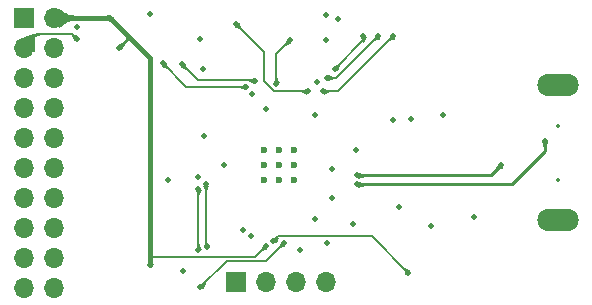
<source format=gbr>
%TF.GenerationSoftware,KiCad,Pcbnew,(5.1.9)-1*%
%TF.CreationDate,2021-09-09T09:31:17+08:00*%
%TF.ProjectId,RP2040,52503230-3430-42e6-9b69-6361645f7063,rev?*%
%TF.SameCoordinates,Original*%
%TF.FileFunction,Copper,L4,Bot*%
%TF.FilePolarity,Positive*%
%FSLAX46Y46*%
G04 Gerber Fmt 4.6, Leading zero omitted, Abs format (unit mm)*
G04 Created by KiCad (PCBNEW (5.1.9)-1) date 2021-09-09 09:31:17*
%MOMM*%
%LPD*%
G01*
G04 APERTURE LIST*
%TA.AperFunction,ComponentPad*%
%ADD10O,3.500000X1.900000*%
%TD*%
%TA.AperFunction,ComponentPad*%
%ADD11O,1.700000X1.700000*%
%TD*%
%TA.AperFunction,ComponentPad*%
%ADD12R,1.700000X1.700000*%
%TD*%
%TA.AperFunction,ComponentPad*%
%ADD13C,0.600000*%
%TD*%
%TA.AperFunction,ViaPad*%
%ADD14C,0.508000*%
%TD*%
%TA.AperFunction,Conductor*%
%ADD15C,0.250000*%
%TD*%
%TA.AperFunction,Conductor*%
%ADD16C,0.152400*%
%TD*%
%TA.AperFunction,Conductor*%
%ADD17C,0.381000*%
%TD*%
%TA.AperFunction,Conductor*%
%ADD18C,0.025400*%
%TD*%
%TA.AperFunction,Conductor*%
%ADD19C,0.350000*%
%TD*%
%ADD20C,0.304800*%
%ADD21C,0.350000*%
%ADD22O,2.500000X0.900000*%
G04 APERTURE END LIST*
D10*
%TO.P,J1,5*%
%TO.N,GND*%
X173440000Y-94600000D03*
X173440000Y-83200000D03*
%TD*%
D11*
%TO.P,J3,20*%
%TO.N,Net-(J3-Pad20)*%
X130810000Y-100330000D03*
%TO.P,J3,19*%
%TO.N,Net-(J3-Pad19)*%
X128270000Y-100330000D03*
%TO.P,J3,18*%
%TO.N,Net-(J3-Pad18)*%
X130810000Y-97790000D03*
%TO.P,J3,17*%
%TO.N,Net-(J3-Pad17)*%
X128270000Y-97790000D03*
%TO.P,J3,16*%
%TO.N,Net-(J3-Pad16)*%
X130810000Y-95250000D03*
%TO.P,J3,15*%
%TO.N,Net-(J3-Pad15)*%
X128270000Y-95250000D03*
%TO.P,J3,14*%
%TO.N,Net-(J3-Pad14)*%
X130810000Y-92710000D03*
%TO.P,J3,13*%
%TO.N,Net-(J3-Pad13)*%
X128270000Y-92710000D03*
%TO.P,J3,12*%
%TO.N,Net-(J3-Pad12)*%
X130810000Y-90170000D03*
%TO.P,J3,11*%
%TO.N,Net-(J3-Pad11)*%
X128270000Y-90170000D03*
%TO.P,J3,10*%
%TO.N,Net-(J3-Pad10)*%
X130810000Y-87630000D03*
%TO.P,J3,9*%
%TO.N,Net-(J3-Pad9)*%
X128270000Y-87630000D03*
%TO.P,J3,8*%
%TO.N,Net-(J3-Pad8)*%
X130810000Y-85090000D03*
%TO.P,J3,7*%
%TO.N,Net-(J3-Pad7)*%
X128270000Y-85090000D03*
%TO.P,J3,6*%
%TO.N,Net-(J3-Pad6)*%
X130810000Y-82550000D03*
%TO.P,J3,5*%
%TO.N,Net-(J3-Pad5)*%
X128270000Y-82550000D03*
%TO.P,J3,4*%
%TO.N,Net-(J3-Pad4)*%
X130810000Y-80010000D03*
%TO.P,J3,3*%
%TO.N,Net-(J3-Pad3)*%
X128270000Y-80010000D03*
%TO.P,J3,2*%
%TO.N,Vdrive*%
X130810000Y-77470000D03*
D12*
%TO.P,J3,1*%
%TO.N,GND*%
X128270000Y-77470000D03*
%TD*%
D13*
%TO.P,U4,57*%
%TO.N,GND*%
X148585000Y-91191000D03*
X148585000Y-89916000D03*
X148585000Y-88641000D03*
X149860000Y-91191000D03*
X149860000Y-89916000D03*
X149860000Y-88641000D03*
X151135000Y-91191000D03*
X151135000Y-89916000D03*
X151135000Y-88641000D03*
%TD*%
D11*
%TO.P,J2,4*%
%TO.N,GND*%
X153797000Y-99822000D03*
%TO.P,J2,3*%
%TO.N,/SWCLK*%
X151257000Y-99822000D03*
%TO.P,J2,2*%
%TO.N,/SWD*%
X148717000Y-99822000D03*
D12*
%TO.P,J2,1*%
%TO.N,+3V3*%
X146177000Y-99822000D03*
%TD*%
D14*
%TO.N,/USB_D+*%
X156464000Y-90805000D03*
%TO.N,/USB_D-*%
X156464000Y-91567000D03*
%TO.N,GND*%
X166344600Y-94361000D03*
X154813000Y-77597000D03*
X153797000Y-79375000D03*
X143510000Y-87503000D03*
X143383000Y-81788000D03*
X147574000Y-83947000D03*
X138963500Y-77190500D03*
X132715000Y-78232000D03*
X151663400Y-97180400D03*
X156080400Y-94917200D03*
X153898600Y-96545400D03*
X156337000Y-88671400D03*
X162712400Y-95123000D03*
X163753800Y-85699600D03*
X161036000Y-86080600D03*
X147447000Y-95986600D03*
X153035000Y-82931000D03*
X143002000Y-90932000D03*
X140462000Y-91186000D03*
%TO.N,+3V3*%
X153797000Y-77216000D03*
X159512000Y-86106000D03*
X160020000Y-93472000D03*
X141732000Y-98933000D03*
X145161000Y-89916000D03*
X154305000Y-90297000D03*
X152877500Y-94518500D03*
X154368500Y-92773500D03*
X152908000Y-85725000D03*
X148717000Y-85217000D03*
X143179800Y-79298800D03*
X146812000Y-95478600D03*
%TO.N,/USB_D-*%
X172339000Y-87884000D03*
%TO.N,/USB_D+*%
X168656000Y-89916000D03*
%TO.N,/SWCLK*%
X143637000Y-91567000D03*
X143764000Y-96901000D03*
%TO.N,/SWD*%
X143002000Y-91948000D03*
X143002000Y-97155000D03*
%TO.N,Vdrive*%
X138938000Y-98425000D03*
X135509000Y-77470000D03*
X136271000Y-80010000D03*
X148717000Y-96774000D03*
%TO.N,/DUT_PWR_CTL*%
X150241000Y-96520000D03*
X143190000Y-100269000D03*
%TO.N,/QSPI_SS*%
X159512000Y-78994000D03*
X153543000Y-83693000D03*
%TO.N,/LED1*%
X147828000Y-82804000D03*
X141605000Y-81407000D03*
%TO.N,/LED2*%
X147066000Y-83312000D03*
X140017500Y-81343500D03*
%TO.N,/QSPI_SD2*%
X154559000Y-81788000D03*
X156972000Y-78994000D03*
%TO.N,/QSPI_SD1*%
X153924000Y-82550000D03*
X158242000Y-78994000D03*
%TO.N,Net-(J3-Pad3)*%
X132715000Y-79248000D03*
%TO.N,/W25_SS*%
X146177000Y-77978000D03*
X152273000Y-83693000D03*
%TO.N,/SW_USER*%
X149377400Y-96393000D03*
X160782000Y-99060000D03*
%TO.N,/W25_SD3*%
X149606000Y-83058000D03*
X150749000Y-79375000D03*
%TD*%
D15*
%TO.N,/USB_D-*%
X172339000Y-87884000D02*
X172339000Y-87884000D01*
X172339000Y-88773000D02*
X172339000Y-87884000D01*
X169545000Y-91567000D02*
X172339000Y-88773000D01*
X156464000Y-91567000D02*
X169545000Y-91567000D01*
%TO.N,/USB_D+*%
X156464000Y-90805000D02*
X167767000Y-90805000D01*
X167767000Y-90805000D02*
X168656000Y-89916000D01*
X168656000Y-89916000D02*
X168656000Y-89916000D01*
D16*
%TO.N,/SWCLK*%
X143637000Y-96774000D02*
X143764000Y-96901000D01*
X143637000Y-91567000D02*
X143637000Y-96774000D01*
%TO.N,/SWD*%
X143002000Y-91948000D02*
X143002000Y-97155000D01*
%TO.N,Vdrive*%
X138938000Y-98425000D02*
X138938000Y-98425000D01*
D17*
X135509000Y-77470000D02*
X135509000Y-77470000D01*
X135509000Y-77470000D02*
X130810000Y-77470000D01*
D15*
X137096500Y-79184500D02*
X137223500Y-79184500D01*
X136271000Y-80010000D02*
X137096500Y-79184500D01*
D17*
X137223500Y-79184500D02*
X135509000Y-77470000D01*
X138938000Y-80899000D02*
X137223500Y-79184500D01*
D16*
X139036410Y-97691590D02*
X138938000Y-97790000D01*
X147799410Y-97691590D02*
X139036410Y-97691590D01*
X148717000Y-96774000D02*
X147799410Y-97691590D01*
D17*
X138938000Y-97790000D02*
X138938000Y-80899000D01*
X138938000Y-98425000D02*
X138938000Y-97790000D01*
D16*
%TO.N,/DUT_PWR_CTL*%
X148717000Y-98044000D02*
X150241000Y-96520000D01*
X145415000Y-98044000D02*
X148717000Y-98044000D01*
X143190000Y-100269000D02*
X145415000Y-98044000D01*
%TO.N,/QSPI_SS*%
X154813000Y-83693000D02*
X153543000Y-83693000D01*
X159512000Y-78994000D02*
X154813000Y-83693000D01*
%TO.N,/LED1*%
X141605000Y-81407000D02*
X141605000Y-81280000D01*
X142979799Y-82781799D02*
X141605000Y-81407000D01*
X147805799Y-82781799D02*
X142979799Y-82781799D01*
X147828000Y-82804000D02*
X147805799Y-82781799D01*
%TO.N,/LED2*%
X141986000Y-83312000D02*
X141922500Y-83248500D01*
X147066000Y-83312000D02*
X141986000Y-83312000D01*
X141922500Y-83248500D02*
X140017500Y-81343500D01*
%TO.N,/QSPI_SD2*%
X156972000Y-78994000D02*
X156972000Y-78994000D01*
X154559000Y-81788000D02*
X156972000Y-79375000D01*
X156972000Y-79375000D02*
X156972000Y-78994000D01*
%TO.N,/QSPI_SD1*%
X154686000Y-82550000D02*
X158242000Y-78994000D01*
X153924000Y-82550000D02*
X154686000Y-82550000D01*
%TO.N,Net-(J3-Pad3)*%
X129396201Y-78883799D02*
X128270000Y-80010000D01*
X132350799Y-78883799D02*
X129396201Y-78883799D01*
X132715000Y-79248000D02*
X132350799Y-78883799D01*
%TO.N,/W25_SS*%
X146177000Y-77978000D02*
X146177000Y-77978000D01*
X149456302Y-83693000D02*
X152273000Y-83693000D01*
X148590000Y-82826698D02*
X149456302Y-83693000D01*
X148590000Y-80391000D02*
X148590000Y-82826698D01*
X146177000Y-77978000D02*
X148590000Y-80391000D01*
%TO.N,/SW_USER*%
X149780601Y-95989799D02*
X157711799Y-95989799D01*
X149377400Y-96393000D02*
X149780601Y-95989799D01*
X157711799Y-95989799D02*
X160782000Y-99060000D01*
X160782000Y-99060000D02*
X160782000Y-99060000D01*
%TO.N,/W25_SD3*%
X149606000Y-83058000D02*
X149606000Y-80518000D01*
X149606000Y-80518000D02*
X150749000Y-79375000D01*
X150749000Y-79375000D02*
X150749000Y-79375000D01*
%TD*%
D18*
%TO.N,/USB_D-*%
X172552285Y-87997112D02*
X172535996Y-88030366D01*
X172535995Y-88030368D01*
X172518084Y-88066951D01*
X172517984Y-88067159D01*
X172502323Y-88100673D01*
X172502119Y-88101134D01*
X172488670Y-88133166D01*
X172488396Y-88133878D01*
X172477121Y-88166015D01*
X172476845Y-88166906D01*
X172467705Y-88200733D01*
X172467488Y-88201678D01*
X172460446Y-88238784D01*
X172460312Y-88239655D01*
X172455329Y-88281625D01*
X172455264Y-88282347D01*
X172452302Y-88330767D01*
X172452280Y-88331322D01*
X172451518Y-88375300D01*
X172226482Y-88375300D01*
X172225719Y-88331322D01*
X172225697Y-88330767D01*
X172222735Y-88282347D01*
X172222670Y-88281625D01*
X172217687Y-88239655D01*
X172217553Y-88238784D01*
X172210511Y-88201678D01*
X172210294Y-88200733D01*
X172201154Y-88166906D01*
X172200878Y-88166015D01*
X172189603Y-88133878D01*
X172189329Y-88133166D01*
X172175880Y-88101134D01*
X172175676Y-88100673D01*
X172160015Y-88067159D01*
X172159915Y-88066951D01*
X172142004Y-88030368D01*
X172142003Y-88030367D01*
X172125715Y-87997112D01*
X172339000Y-87775322D01*
X172552285Y-87997112D01*
%TA.AperFunction,Conductor*%
D19*
G36*
X172552285Y-87997112D02*
G01*
X172535996Y-88030366D01*
X172535995Y-88030368D01*
X172518084Y-88066951D01*
X172517984Y-88067159D01*
X172502323Y-88100673D01*
X172502119Y-88101134D01*
X172488670Y-88133166D01*
X172488396Y-88133878D01*
X172477121Y-88166015D01*
X172476845Y-88166906D01*
X172467705Y-88200733D01*
X172467488Y-88201678D01*
X172460446Y-88238784D01*
X172460312Y-88239655D01*
X172455329Y-88281625D01*
X172455264Y-88282347D01*
X172452302Y-88330767D01*
X172452280Y-88331322D01*
X172451518Y-88375300D01*
X172226482Y-88375300D01*
X172225719Y-88331322D01*
X172225697Y-88330767D01*
X172222735Y-88282347D01*
X172222670Y-88281625D01*
X172217687Y-88239655D01*
X172217553Y-88238784D01*
X172210511Y-88201678D01*
X172210294Y-88200733D01*
X172201154Y-88166906D01*
X172200878Y-88166015D01*
X172189603Y-88133878D01*
X172189329Y-88133166D01*
X172175880Y-88101134D01*
X172175676Y-88100673D01*
X172160015Y-88067159D01*
X172159915Y-88066951D01*
X172142004Y-88030368D01*
X172142003Y-88030367D01*
X172125715Y-87997112D01*
X172339000Y-87775322D01*
X172552285Y-87997112D01*
G37*
%TD.AperFunction*%
%TD*%
D18*
%TO.N,/USB_D-*%
X156610367Y-91370003D02*
X156610368Y-91370004D01*
X156646951Y-91387915D01*
X156647159Y-91388015D01*
X156680673Y-91403676D01*
X156681134Y-91403880D01*
X156713166Y-91417329D01*
X156713878Y-91417603D01*
X156746015Y-91428878D01*
X156746906Y-91429154D01*
X156780733Y-91438294D01*
X156781678Y-91438511D01*
X156818784Y-91445553D01*
X156819655Y-91445687D01*
X156861625Y-91450670D01*
X156862347Y-91450735D01*
X156910767Y-91453697D01*
X156911322Y-91453719D01*
X156955300Y-91454482D01*
X156955300Y-91679518D01*
X156911322Y-91680280D01*
X156910767Y-91680302D01*
X156862347Y-91683264D01*
X156861625Y-91683329D01*
X156819655Y-91688312D01*
X156818784Y-91688446D01*
X156781678Y-91695488D01*
X156780733Y-91695705D01*
X156746906Y-91704845D01*
X156746015Y-91705121D01*
X156713878Y-91716396D01*
X156713166Y-91716670D01*
X156681134Y-91730119D01*
X156680673Y-91730323D01*
X156647159Y-91745984D01*
X156646951Y-91746084D01*
X156610368Y-91763995D01*
X156610366Y-91763996D01*
X156577112Y-91780285D01*
X156355322Y-91567000D01*
X156577112Y-91353715D01*
X156610367Y-91370003D01*
%TA.AperFunction,Conductor*%
D19*
G36*
X156610367Y-91370003D02*
G01*
X156610368Y-91370004D01*
X156646951Y-91387915D01*
X156647159Y-91388015D01*
X156680673Y-91403676D01*
X156681134Y-91403880D01*
X156713166Y-91417329D01*
X156713878Y-91417603D01*
X156746015Y-91428878D01*
X156746906Y-91429154D01*
X156780733Y-91438294D01*
X156781678Y-91438511D01*
X156818784Y-91445553D01*
X156819655Y-91445687D01*
X156861625Y-91450670D01*
X156862347Y-91450735D01*
X156910767Y-91453697D01*
X156911322Y-91453719D01*
X156955300Y-91454482D01*
X156955300Y-91679518D01*
X156911322Y-91680280D01*
X156910767Y-91680302D01*
X156862347Y-91683264D01*
X156861625Y-91683329D01*
X156819655Y-91688312D01*
X156818784Y-91688446D01*
X156781678Y-91695488D01*
X156780733Y-91695705D01*
X156746906Y-91704845D01*
X156746015Y-91705121D01*
X156713878Y-91716396D01*
X156713166Y-91716670D01*
X156681134Y-91730119D01*
X156680673Y-91730323D01*
X156647159Y-91745984D01*
X156646951Y-91746084D01*
X156610368Y-91763995D01*
X156610366Y-91763996D01*
X156577112Y-91780285D01*
X156355322Y-91567000D01*
X156577112Y-91353715D01*
X156610367Y-91370003D01*
G37*
%TD.AperFunction*%
%TD*%
D18*
%TO.N,/USB_D+*%
X156610367Y-90608003D02*
X156610368Y-90608004D01*
X156646951Y-90625915D01*
X156647159Y-90626015D01*
X156680673Y-90641676D01*
X156681134Y-90641880D01*
X156713166Y-90655329D01*
X156713878Y-90655603D01*
X156746015Y-90666878D01*
X156746906Y-90667154D01*
X156780733Y-90676294D01*
X156781678Y-90676511D01*
X156818784Y-90683553D01*
X156819655Y-90683687D01*
X156861625Y-90688670D01*
X156862347Y-90688735D01*
X156910767Y-90691697D01*
X156911322Y-90691719D01*
X156955300Y-90692482D01*
X156955300Y-90917518D01*
X156911322Y-90918280D01*
X156910767Y-90918302D01*
X156862347Y-90921264D01*
X156861625Y-90921329D01*
X156819655Y-90926312D01*
X156818784Y-90926446D01*
X156781678Y-90933488D01*
X156780733Y-90933705D01*
X156746906Y-90942845D01*
X156746015Y-90943121D01*
X156713878Y-90954396D01*
X156713166Y-90954670D01*
X156681134Y-90968119D01*
X156680673Y-90968323D01*
X156647159Y-90983984D01*
X156646951Y-90984084D01*
X156610368Y-91001995D01*
X156610366Y-91001996D01*
X156577112Y-91018285D01*
X156355322Y-90805000D01*
X156577112Y-90591715D01*
X156610367Y-90608003D01*
%TA.AperFunction,Conductor*%
D19*
G36*
X156610367Y-90608003D02*
G01*
X156610368Y-90608004D01*
X156646951Y-90625915D01*
X156647159Y-90626015D01*
X156680673Y-90641676D01*
X156681134Y-90641880D01*
X156713166Y-90655329D01*
X156713878Y-90655603D01*
X156746015Y-90666878D01*
X156746906Y-90667154D01*
X156780733Y-90676294D01*
X156781678Y-90676511D01*
X156818784Y-90683553D01*
X156819655Y-90683687D01*
X156861625Y-90688670D01*
X156862347Y-90688735D01*
X156910767Y-90691697D01*
X156911322Y-90691719D01*
X156955300Y-90692482D01*
X156955300Y-90917518D01*
X156911322Y-90918280D01*
X156910767Y-90918302D01*
X156862347Y-90921264D01*
X156861625Y-90921329D01*
X156819655Y-90926312D01*
X156818784Y-90926446D01*
X156781678Y-90933488D01*
X156780733Y-90933705D01*
X156746906Y-90942845D01*
X156746015Y-90943121D01*
X156713878Y-90954396D01*
X156713166Y-90954670D01*
X156681134Y-90968119D01*
X156680673Y-90968323D01*
X156647159Y-90983984D01*
X156646951Y-90984084D01*
X156610368Y-91001995D01*
X156610366Y-91001996D01*
X156577112Y-91018285D01*
X156355322Y-90805000D01*
X156577112Y-90591715D01*
X156610367Y-90608003D01*
G37*
%TD.AperFunction*%
%TD*%
D18*
%TO.N,/USB_D+*%
X168726832Y-90146797D02*
X168691800Y-90158793D01*
X168691797Y-90158794D01*
X168653264Y-90171997D01*
X168653047Y-90172073D01*
X168618276Y-90184697D01*
X168617806Y-90184878D01*
X168585646Y-90198018D01*
X168584949Y-90198328D01*
X168554252Y-90213080D01*
X168553426Y-90213515D01*
X168523044Y-90230972D01*
X168522223Y-90231487D01*
X168491006Y-90252745D01*
X168490295Y-90253265D01*
X168457094Y-90279418D01*
X168456538Y-90279883D01*
X168420206Y-90312027D01*
X168419798Y-90312405D01*
X168388162Y-90342963D01*
X168229037Y-90183838D01*
X168259595Y-90152201D01*
X168259972Y-90151793D01*
X168292116Y-90115461D01*
X168292581Y-90114905D01*
X168318734Y-90081704D01*
X168319254Y-90080993D01*
X168340512Y-90049776D01*
X168341027Y-90048955D01*
X168358484Y-90018573D01*
X168358919Y-90017747D01*
X168373671Y-89987050D01*
X168373981Y-89986353D01*
X168387121Y-89954193D01*
X168387302Y-89953723D01*
X168399926Y-89918952D01*
X168400002Y-89918735D01*
X168413205Y-89880202D01*
X168413206Y-89880200D01*
X168425203Y-89845168D01*
X168732846Y-89839154D01*
X168726832Y-90146797D01*
%TA.AperFunction,Conductor*%
D19*
G36*
X168726832Y-90146797D02*
G01*
X168691800Y-90158793D01*
X168691797Y-90158794D01*
X168653264Y-90171997D01*
X168653047Y-90172073D01*
X168618276Y-90184697D01*
X168617806Y-90184878D01*
X168585646Y-90198018D01*
X168584949Y-90198328D01*
X168554252Y-90213080D01*
X168553426Y-90213515D01*
X168523044Y-90230972D01*
X168522223Y-90231487D01*
X168491006Y-90252745D01*
X168490295Y-90253265D01*
X168457094Y-90279418D01*
X168456538Y-90279883D01*
X168420206Y-90312027D01*
X168419798Y-90312405D01*
X168388162Y-90342963D01*
X168229037Y-90183838D01*
X168259595Y-90152201D01*
X168259972Y-90151793D01*
X168292116Y-90115461D01*
X168292581Y-90114905D01*
X168318734Y-90081704D01*
X168319254Y-90080993D01*
X168340512Y-90049776D01*
X168341027Y-90048955D01*
X168358484Y-90018573D01*
X168358919Y-90017747D01*
X168373671Y-89987050D01*
X168373981Y-89986353D01*
X168387121Y-89954193D01*
X168387302Y-89953723D01*
X168399926Y-89918952D01*
X168400002Y-89918735D01*
X168413205Y-89880202D01*
X168413206Y-89880200D01*
X168425203Y-89845168D01*
X168732846Y-89839154D01*
X168726832Y-90146797D01*
G37*
%TD.AperFunction*%
%TD*%
D18*
%TO.N,/SWCLK*%
X143850115Y-91679936D02*
X143831091Y-91716377D01*
X143808680Y-91754180D01*
X143787250Y-91787684D01*
X143767232Y-91818829D01*
X143766981Y-91819238D01*
X143748917Y-91849823D01*
X143748448Y-91850692D01*
X143732748Y-91882724D01*
X143732219Y-91883966D01*
X143719293Y-91919448D01*
X143718871Y-91920855D01*
X143709130Y-91961794D01*
X143708886Y-91963134D01*
X143702740Y-92011534D01*
X143702648Y-92012665D01*
X143700961Y-92058300D01*
X143573039Y-92058300D01*
X143571351Y-92012665D01*
X143571259Y-92011534D01*
X143565113Y-91963134D01*
X143564869Y-91961794D01*
X143555128Y-91920855D01*
X143554706Y-91919448D01*
X143541780Y-91883966D01*
X143541251Y-91882724D01*
X143525551Y-91850692D01*
X143525082Y-91849823D01*
X143507018Y-91819238D01*
X143506767Y-91818829D01*
X143486749Y-91787684D01*
X143465319Y-91754180D01*
X143442908Y-91716377D01*
X143423885Y-91679936D01*
X143637000Y-91458322D01*
X143850115Y-91679936D01*
%TA.AperFunction,Conductor*%
D19*
G36*
X143850115Y-91679936D02*
G01*
X143831091Y-91716377D01*
X143808680Y-91754180D01*
X143787250Y-91787684D01*
X143767232Y-91818829D01*
X143766981Y-91819238D01*
X143748917Y-91849823D01*
X143748448Y-91850692D01*
X143732748Y-91882724D01*
X143732219Y-91883966D01*
X143719293Y-91919448D01*
X143718871Y-91920855D01*
X143709130Y-91961794D01*
X143708886Y-91963134D01*
X143702740Y-92011534D01*
X143702648Y-92012665D01*
X143700961Y-92058300D01*
X143573039Y-92058300D01*
X143571351Y-92012665D01*
X143571259Y-92011534D01*
X143565113Y-91963134D01*
X143564869Y-91961794D01*
X143555128Y-91920855D01*
X143554706Y-91919448D01*
X143541780Y-91883966D01*
X143541251Y-91882724D01*
X143525551Y-91850692D01*
X143525082Y-91849823D01*
X143507018Y-91819238D01*
X143506767Y-91818829D01*
X143486749Y-91787684D01*
X143465319Y-91754180D01*
X143442908Y-91716377D01*
X143423885Y-91679936D01*
X143637000Y-91458322D01*
X143850115Y-91679936D01*
G37*
%TD.AperFunction*%
%TD*%
D18*
%TO.N,/SWCLK*%
X143702823Y-96466870D02*
X143702997Y-96468423D01*
X143709765Y-96507153D01*
X143710247Y-96509043D01*
X143721246Y-96541500D01*
X143722132Y-96543519D01*
X143737133Y-96570940D01*
X143738333Y-96572747D01*
X143757105Y-96596365D01*
X143758332Y-96597701D01*
X143780646Y-96618753D01*
X143781616Y-96619580D01*
X143807242Y-96639300D01*
X143807820Y-96639719D01*
X143836529Y-96659344D01*
X143836716Y-96659470D01*
X143868220Y-96680196D01*
X143894882Y-96698244D01*
X143817062Y-96995843D01*
X143522882Y-96906497D01*
X143521495Y-96857090D01*
X143523509Y-96807384D01*
X143528339Y-96763684D01*
X143535207Y-96723380D01*
X143543320Y-96684104D01*
X143551870Y-96643462D01*
X143551933Y-96643141D01*
X143560030Y-96599045D01*
X143560122Y-96598468D01*
X143566935Y-96548544D01*
X143567011Y-96547850D01*
X143571708Y-96489724D01*
X143571745Y-96489025D01*
X143573181Y-96432700D01*
X143701118Y-96432700D01*
X143702823Y-96466870D01*
%TA.AperFunction,Conductor*%
D19*
G36*
X143702823Y-96466870D02*
G01*
X143702997Y-96468423D01*
X143709765Y-96507153D01*
X143710247Y-96509043D01*
X143721246Y-96541500D01*
X143722132Y-96543519D01*
X143737133Y-96570940D01*
X143738333Y-96572747D01*
X143757105Y-96596365D01*
X143758332Y-96597701D01*
X143780646Y-96618753D01*
X143781616Y-96619580D01*
X143807242Y-96639300D01*
X143807820Y-96639719D01*
X143836529Y-96659344D01*
X143836716Y-96659470D01*
X143868220Y-96680196D01*
X143894882Y-96698244D01*
X143817062Y-96995843D01*
X143522882Y-96906497D01*
X143521495Y-96857090D01*
X143523509Y-96807384D01*
X143528339Y-96763684D01*
X143535207Y-96723380D01*
X143543320Y-96684104D01*
X143551870Y-96643462D01*
X143551933Y-96643141D01*
X143560030Y-96599045D01*
X143560122Y-96598468D01*
X143566935Y-96548544D01*
X143567011Y-96547850D01*
X143571708Y-96489724D01*
X143571745Y-96489025D01*
X143573181Y-96432700D01*
X143701118Y-96432700D01*
X143702823Y-96466870D01*
G37*
%TD.AperFunction*%
%TD*%
D18*
%TO.N,/SWD*%
X143215115Y-92060936D02*
X143196091Y-92097377D01*
X143173680Y-92135180D01*
X143152250Y-92168684D01*
X143132232Y-92199829D01*
X143131981Y-92200238D01*
X143113917Y-92230823D01*
X143113448Y-92231692D01*
X143097748Y-92263724D01*
X143097219Y-92264966D01*
X143084293Y-92300448D01*
X143083871Y-92301855D01*
X143074130Y-92342794D01*
X143073886Y-92344134D01*
X143067740Y-92392534D01*
X143067648Y-92393665D01*
X143065961Y-92439300D01*
X142938039Y-92439300D01*
X142936351Y-92393665D01*
X142936259Y-92392534D01*
X142930113Y-92344134D01*
X142929869Y-92342794D01*
X142920128Y-92301855D01*
X142919706Y-92300448D01*
X142906780Y-92264966D01*
X142906251Y-92263724D01*
X142890551Y-92231692D01*
X142890082Y-92230823D01*
X142872018Y-92200238D01*
X142871767Y-92199829D01*
X142851749Y-92168684D01*
X142830319Y-92135180D01*
X142807908Y-92097377D01*
X142788885Y-92060936D01*
X143002000Y-91839322D01*
X143215115Y-92060936D01*
%TA.AperFunction,Conductor*%
D19*
G36*
X143215115Y-92060936D02*
G01*
X143196091Y-92097377D01*
X143173680Y-92135180D01*
X143152250Y-92168684D01*
X143132232Y-92199829D01*
X143131981Y-92200238D01*
X143113917Y-92230823D01*
X143113448Y-92231692D01*
X143097748Y-92263724D01*
X143097219Y-92264966D01*
X143084293Y-92300448D01*
X143083871Y-92301855D01*
X143074130Y-92342794D01*
X143073886Y-92344134D01*
X143067740Y-92392534D01*
X143067648Y-92393665D01*
X143065961Y-92439300D01*
X142938039Y-92439300D01*
X142936351Y-92393665D01*
X142936259Y-92392534D01*
X142930113Y-92344134D01*
X142929869Y-92342794D01*
X142920128Y-92301855D01*
X142919706Y-92300448D01*
X142906780Y-92264966D01*
X142906251Y-92263724D01*
X142890551Y-92231692D01*
X142890082Y-92230823D01*
X142872018Y-92200238D01*
X142871767Y-92199829D01*
X142851749Y-92168684D01*
X142830319Y-92135180D01*
X142807908Y-92097377D01*
X142788885Y-92060936D01*
X143002000Y-91839322D01*
X143215115Y-92060936D01*
G37*
%TD.AperFunction*%
%TD*%
D18*
%TO.N,/SWD*%
X143067648Y-96709334D02*
X143067740Y-96710465D01*
X143073886Y-96758865D01*
X143074130Y-96760205D01*
X143083871Y-96801144D01*
X143084293Y-96802551D01*
X143097219Y-96838033D01*
X143097748Y-96839275D01*
X143113448Y-96871307D01*
X143113917Y-96872176D01*
X143131981Y-96902761D01*
X143132232Y-96903170D01*
X143152235Y-96934291D01*
X143173680Y-96967819D01*
X143196091Y-97005622D01*
X143215115Y-97042064D01*
X143002000Y-97263678D01*
X142788885Y-97042064D01*
X142807908Y-97005622D01*
X142830319Y-96967819D01*
X142851749Y-96934315D01*
X142871767Y-96903170D01*
X142872018Y-96902761D01*
X142890082Y-96872176D01*
X142890551Y-96871307D01*
X142906251Y-96839275D01*
X142906780Y-96838033D01*
X142919706Y-96802551D01*
X142920128Y-96801144D01*
X142929869Y-96760205D01*
X142930113Y-96758865D01*
X142936259Y-96710465D01*
X142936351Y-96709334D01*
X142938039Y-96663700D01*
X143065961Y-96663700D01*
X143067648Y-96709334D01*
%TA.AperFunction,Conductor*%
D19*
G36*
X143067648Y-96709334D02*
G01*
X143067740Y-96710465D01*
X143073886Y-96758865D01*
X143074130Y-96760205D01*
X143083871Y-96801144D01*
X143084293Y-96802551D01*
X143097219Y-96838033D01*
X143097748Y-96839275D01*
X143113448Y-96871307D01*
X143113917Y-96872176D01*
X143131981Y-96902761D01*
X143132232Y-96903170D01*
X143152235Y-96934291D01*
X143173680Y-96967819D01*
X143196091Y-97005622D01*
X143215115Y-97042064D01*
X143002000Y-97263678D01*
X142788885Y-97042064D01*
X142807908Y-97005622D01*
X142830319Y-96967819D01*
X142851749Y-96934315D01*
X142871767Y-96903170D01*
X142872018Y-96902761D01*
X142890082Y-96872176D01*
X142890551Y-96871307D01*
X142906251Y-96839275D01*
X142906780Y-96838033D01*
X142919706Y-96802551D01*
X142920128Y-96801144D01*
X142929869Y-96760205D01*
X142930113Y-96758865D01*
X142936259Y-96710465D01*
X142936351Y-96709334D01*
X142938039Y-96663700D01*
X143065961Y-96663700D01*
X143067648Y-96709334D01*
G37*
%TD.AperFunction*%
%TD*%
D18*
%TO.N,Vdrive*%
X135617678Y-77470000D02*
X135395563Y-77683597D01*
X135371709Y-77673314D01*
X135370610Y-77672900D01*
X135339309Y-77662719D01*
X135338194Y-77662411D01*
X135306439Y-77655199D01*
X135305425Y-77655012D01*
X135272457Y-77650295D01*
X135271634Y-77650205D01*
X135236697Y-77647512D01*
X135236107Y-77647480D01*
X135198444Y-77646336D01*
X135198078Y-77646330D01*
X135156931Y-77646264D01*
X135156760Y-77646265D01*
X135111372Y-77646803D01*
X135111354Y-77646803D01*
X135061030Y-77647471D01*
X135017700Y-77647725D01*
X135017700Y-77292275D01*
X135061030Y-77292528D01*
X135111354Y-77293196D01*
X135111372Y-77293196D01*
X135156760Y-77293734D01*
X135156931Y-77293735D01*
X135198078Y-77293669D01*
X135198444Y-77293663D01*
X135236107Y-77292519D01*
X135236697Y-77292487D01*
X135271634Y-77289794D01*
X135272457Y-77289704D01*
X135305425Y-77284987D01*
X135306439Y-77284800D01*
X135338194Y-77277588D01*
X135339309Y-77277280D01*
X135370610Y-77267099D01*
X135371709Y-77266685D01*
X135395563Y-77256403D01*
X135617678Y-77470000D01*
%TA.AperFunction,Conductor*%
D19*
G36*
X135617678Y-77470000D02*
G01*
X135395563Y-77683597D01*
X135371709Y-77673314D01*
X135370610Y-77672900D01*
X135339309Y-77662719D01*
X135338194Y-77662411D01*
X135306439Y-77655199D01*
X135305425Y-77655012D01*
X135272457Y-77650295D01*
X135271634Y-77650205D01*
X135236697Y-77647512D01*
X135236107Y-77647480D01*
X135198444Y-77646336D01*
X135198078Y-77646330D01*
X135156931Y-77646264D01*
X135156760Y-77646265D01*
X135111372Y-77646803D01*
X135111354Y-77646803D01*
X135061030Y-77647471D01*
X135017700Y-77647725D01*
X135017700Y-77292275D01*
X135061030Y-77292528D01*
X135111354Y-77293196D01*
X135111372Y-77293196D01*
X135156760Y-77293734D01*
X135156931Y-77293735D01*
X135198078Y-77293669D01*
X135198444Y-77293663D01*
X135236107Y-77292519D01*
X135236697Y-77292487D01*
X135271634Y-77289794D01*
X135272457Y-77289704D01*
X135305425Y-77284987D01*
X135306439Y-77284800D01*
X135338194Y-77277588D01*
X135339309Y-77277280D01*
X135370610Y-77267099D01*
X135371709Y-77266685D01*
X135395563Y-77256403D01*
X135617678Y-77470000D01*
G37*
%TD.AperFunction*%
%TD*%
D18*
%TO.N,Vdrive*%
X131328720Y-76798465D02*
X131458238Y-76880237D01*
X131570868Y-76959879D01*
X131673929Y-77035497D01*
X131674223Y-77035707D01*
X131774749Y-77105159D01*
X131775577Y-77105685D01*
X131880766Y-77166940D01*
X131882080Y-77167606D01*
X131999205Y-77218688D01*
X132000795Y-77219259D01*
X132137129Y-77258193D01*
X132138703Y-77258536D01*
X132301517Y-77283346D01*
X132302868Y-77283479D01*
X132487300Y-77291650D01*
X132487300Y-77648350D01*
X132302868Y-77656520D01*
X132301517Y-77656653D01*
X132138703Y-77681463D01*
X132137129Y-77681806D01*
X132000795Y-77720740D01*
X131999205Y-77721311D01*
X131882080Y-77772393D01*
X131880766Y-77773059D01*
X131775577Y-77834314D01*
X131774749Y-77834840D01*
X131674223Y-77904292D01*
X131673929Y-77904502D01*
X131570868Y-77980120D01*
X131458238Y-78059762D01*
X131328720Y-78141534D01*
X131182663Y-78219455D01*
X130403322Y-77470000D01*
X131182663Y-76720545D01*
X131328720Y-76798465D01*
%TA.AperFunction,Conductor*%
D19*
G36*
X131328720Y-76798465D02*
G01*
X131458238Y-76880237D01*
X131570868Y-76959879D01*
X131673929Y-77035497D01*
X131674223Y-77035707D01*
X131774749Y-77105159D01*
X131775577Y-77105685D01*
X131880766Y-77166940D01*
X131882080Y-77167606D01*
X131999205Y-77218688D01*
X132000795Y-77219259D01*
X132137129Y-77258193D01*
X132138703Y-77258536D01*
X132301517Y-77283346D01*
X132302868Y-77283479D01*
X132487300Y-77291650D01*
X132487300Y-77648350D01*
X132302868Y-77656520D01*
X132301517Y-77656653D01*
X132138703Y-77681463D01*
X132137129Y-77681806D01*
X132000795Y-77720740D01*
X131999205Y-77721311D01*
X131882080Y-77772393D01*
X131880766Y-77773059D01*
X131775577Y-77834314D01*
X131774749Y-77834840D01*
X131674223Y-77904292D01*
X131673929Y-77904502D01*
X131570868Y-77980120D01*
X131458238Y-78059762D01*
X131328720Y-78141534D01*
X131182663Y-78219455D01*
X130403322Y-77470000D01*
X131182663Y-76720545D01*
X131328720Y-76798465D01*
G37*
%TD.AperFunction*%
%TD*%
D18*
%TO.N,Vdrive*%
X136697963Y-79742162D02*
X136667405Y-79773798D01*
X136667027Y-79774206D01*
X136634883Y-79810538D01*
X136634418Y-79811094D01*
X136608265Y-79844295D01*
X136607745Y-79845006D01*
X136586487Y-79876223D01*
X136585972Y-79877044D01*
X136568515Y-79907426D01*
X136568080Y-79908252D01*
X136553328Y-79938949D01*
X136553018Y-79939646D01*
X136539878Y-79971806D01*
X136539697Y-79972276D01*
X136527073Y-80007047D01*
X136526997Y-80007264D01*
X136513794Y-80045797D01*
X136513793Y-80045800D01*
X136501797Y-80080832D01*
X136194154Y-80086846D01*
X136200168Y-79779203D01*
X136235200Y-79767206D01*
X136235202Y-79767205D01*
X136273735Y-79754002D01*
X136273952Y-79753926D01*
X136308723Y-79741302D01*
X136309193Y-79741121D01*
X136341353Y-79727981D01*
X136342050Y-79727671D01*
X136372747Y-79712919D01*
X136373573Y-79712484D01*
X136403955Y-79695027D01*
X136404776Y-79694512D01*
X136435993Y-79673254D01*
X136436704Y-79672734D01*
X136469905Y-79646581D01*
X136470461Y-79646116D01*
X136506793Y-79613972D01*
X136507201Y-79613595D01*
X136538838Y-79583037D01*
X136697963Y-79742162D01*
%TA.AperFunction,Conductor*%
D19*
G36*
X136697963Y-79742162D02*
G01*
X136667405Y-79773798D01*
X136667027Y-79774206D01*
X136634883Y-79810538D01*
X136634418Y-79811094D01*
X136608265Y-79844295D01*
X136607745Y-79845006D01*
X136586487Y-79876223D01*
X136585972Y-79877044D01*
X136568515Y-79907426D01*
X136568080Y-79908252D01*
X136553328Y-79938949D01*
X136553018Y-79939646D01*
X136539878Y-79971806D01*
X136539697Y-79972276D01*
X136527073Y-80007047D01*
X136526997Y-80007264D01*
X136513794Y-80045797D01*
X136513793Y-80045800D01*
X136501797Y-80080832D01*
X136194154Y-80086846D01*
X136200168Y-79779203D01*
X136235200Y-79767206D01*
X136235202Y-79767205D01*
X136273735Y-79754002D01*
X136273952Y-79753926D01*
X136308723Y-79741302D01*
X136309193Y-79741121D01*
X136341353Y-79727981D01*
X136342050Y-79727671D01*
X136372747Y-79712919D01*
X136373573Y-79712484D01*
X136403955Y-79695027D01*
X136404776Y-79694512D01*
X136435993Y-79673254D01*
X136436704Y-79672734D01*
X136469905Y-79646581D01*
X136470461Y-79646116D01*
X136506793Y-79613972D01*
X136507201Y-79613595D01*
X136538838Y-79583037D01*
X136697963Y-79742162D01*
G37*
%TD.AperFunction*%
%TD*%
D18*
%TO.N,Vdrive*%
X135740247Y-77399177D02*
X135749843Y-77423314D01*
X135750327Y-77424384D01*
X135765260Y-77453715D01*
X135765832Y-77454721D01*
X135783187Y-77482275D01*
X135783771Y-77483125D01*
X135803747Y-77509772D01*
X135804265Y-77510417D01*
X135827065Y-77537026D01*
X135827460Y-77537466D01*
X135853283Y-77564907D01*
X135853537Y-77565170D01*
X135882585Y-77594312D01*
X135882707Y-77594432D01*
X135915181Y-77626145D01*
X135915194Y-77626158D01*
X135951227Y-77661245D01*
X135982071Y-77691730D01*
X135730730Y-77943071D01*
X135700245Y-77912227D01*
X135665158Y-77876194D01*
X135665145Y-77876181D01*
X135633432Y-77843707D01*
X135633312Y-77843585D01*
X135604170Y-77814537D01*
X135603907Y-77814283D01*
X135576466Y-77788460D01*
X135576026Y-77788065D01*
X135549417Y-77765265D01*
X135548772Y-77764747D01*
X135522125Y-77744771D01*
X135521275Y-77744187D01*
X135493721Y-77726832D01*
X135492715Y-77726260D01*
X135463384Y-77711327D01*
X135462314Y-77710843D01*
X135438177Y-77701247D01*
X135432154Y-77393154D01*
X135740247Y-77399177D01*
%TA.AperFunction,Conductor*%
D19*
G36*
X135740247Y-77399177D02*
G01*
X135749843Y-77423314D01*
X135750327Y-77424384D01*
X135765260Y-77453715D01*
X135765832Y-77454721D01*
X135783187Y-77482275D01*
X135783771Y-77483125D01*
X135803747Y-77509772D01*
X135804265Y-77510417D01*
X135827065Y-77537026D01*
X135827460Y-77537466D01*
X135853283Y-77564907D01*
X135853537Y-77565170D01*
X135882585Y-77594312D01*
X135882707Y-77594432D01*
X135915181Y-77626145D01*
X135915194Y-77626158D01*
X135951227Y-77661245D01*
X135982071Y-77691730D01*
X135730730Y-77943071D01*
X135700245Y-77912227D01*
X135665158Y-77876194D01*
X135665145Y-77876181D01*
X135633432Y-77843707D01*
X135633312Y-77843585D01*
X135604170Y-77814537D01*
X135603907Y-77814283D01*
X135576466Y-77788460D01*
X135576026Y-77788065D01*
X135549417Y-77765265D01*
X135548772Y-77764747D01*
X135522125Y-77744771D01*
X135521275Y-77744187D01*
X135493721Y-77726832D01*
X135492715Y-77726260D01*
X135463384Y-77711327D01*
X135462314Y-77710843D01*
X135438177Y-77701247D01*
X135432154Y-77393154D01*
X135740247Y-77399177D01*
G37*
%TD.AperFunction*%
%TD*%
D18*
%TO.N,Vdrive*%
X148787837Y-97004552D02*
X148748594Y-97016875D01*
X148706050Y-97027750D01*
X148667195Y-97036290D01*
X148631018Y-97044158D01*
X148630551Y-97044269D01*
X148596151Y-97053123D01*
X148595206Y-97053406D01*
X148561455Y-97064954D01*
X148560202Y-97065458D01*
X148525972Y-97081408D01*
X148524678Y-97082105D01*
X148488842Y-97104165D01*
X148487722Y-97104940D01*
X148449153Y-97134818D01*
X148448289Y-97135552D01*
X148414827Y-97166628D01*
X148324372Y-97076173D01*
X148355447Y-97042710D01*
X148356181Y-97041846D01*
X148386059Y-97003277D01*
X148386834Y-97002157D01*
X148408894Y-96966321D01*
X148409591Y-96965027D01*
X148425541Y-96930797D01*
X148426045Y-96929544D01*
X148437593Y-96895793D01*
X148437876Y-96894848D01*
X148446730Y-96860448D01*
X148446841Y-96859981D01*
X148454703Y-96823831D01*
X148463249Y-96784949D01*
X148474124Y-96742405D01*
X148486448Y-96703163D01*
X148793846Y-96697154D01*
X148787837Y-97004552D01*
%TA.AperFunction,Conductor*%
D19*
G36*
X148787837Y-97004552D02*
G01*
X148748594Y-97016875D01*
X148706050Y-97027750D01*
X148667195Y-97036290D01*
X148631018Y-97044158D01*
X148630551Y-97044269D01*
X148596151Y-97053123D01*
X148595206Y-97053406D01*
X148561455Y-97064954D01*
X148560202Y-97065458D01*
X148525972Y-97081408D01*
X148524678Y-97082105D01*
X148488842Y-97104165D01*
X148487722Y-97104940D01*
X148449153Y-97134818D01*
X148448289Y-97135552D01*
X148414827Y-97166628D01*
X148324372Y-97076173D01*
X148355447Y-97042710D01*
X148356181Y-97041846D01*
X148386059Y-97003277D01*
X148386834Y-97002157D01*
X148408894Y-96966321D01*
X148409591Y-96965027D01*
X148425541Y-96930797D01*
X148426045Y-96929544D01*
X148437593Y-96895793D01*
X148437876Y-96894848D01*
X148446730Y-96860448D01*
X148446841Y-96859981D01*
X148454703Y-96823831D01*
X148463249Y-96784949D01*
X148474124Y-96742405D01*
X148486448Y-96703163D01*
X148793846Y-96697154D01*
X148787837Y-97004552D01*
G37*
%TD.AperFunction*%
%TD*%
D18*
%TO.N,Vdrive*%
X139115472Y-97976970D02*
X139114803Y-98027354D01*
X139114803Y-98027372D01*
X139114265Y-98072760D01*
X139114264Y-98072931D01*
X139114330Y-98114078D01*
X139114336Y-98114444D01*
X139115480Y-98152107D01*
X139115512Y-98152697D01*
X139118205Y-98187634D01*
X139118295Y-98188457D01*
X139123012Y-98221425D01*
X139123199Y-98222439D01*
X139130411Y-98254194D01*
X139130719Y-98255309D01*
X139140900Y-98286610D01*
X139141314Y-98287709D01*
X139151597Y-98311563D01*
X138938000Y-98533678D01*
X138724403Y-98311563D01*
X138734685Y-98287709D01*
X138735099Y-98286610D01*
X138745280Y-98255309D01*
X138745588Y-98254194D01*
X138752800Y-98222439D01*
X138752987Y-98221425D01*
X138757704Y-98188457D01*
X138757794Y-98187634D01*
X138760487Y-98152697D01*
X138760519Y-98152107D01*
X138761663Y-98114444D01*
X138761669Y-98114078D01*
X138761735Y-98072931D01*
X138761734Y-98072760D01*
X138761196Y-98027372D01*
X138761196Y-98027354D01*
X138760527Y-97976970D01*
X138760275Y-97933700D01*
X139115725Y-97933700D01*
X139115472Y-97976970D01*
%TA.AperFunction,Conductor*%
D19*
G36*
X139115472Y-97976970D02*
G01*
X139114803Y-98027354D01*
X139114803Y-98027372D01*
X139114265Y-98072760D01*
X139114264Y-98072931D01*
X139114330Y-98114078D01*
X139114336Y-98114444D01*
X139115480Y-98152107D01*
X139115512Y-98152697D01*
X139118205Y-98187634D01*
X139118295Y-98188457D01*
X139123012Y-98221425D01*
X139123199Y-98222439D01*
X139130411Y-98254194D01*
X139130719Y-98255309D01*
X139140900Y-98286610D01*
X139141314Y-98287709D01*
X139151597Y-98311563D01*
X138938000Y-98533678D01*
X138724403Y-98311563D01*
X138734685Y-98287709D01*
X138735099Y-98286610D01*
X138745280Y-98255309D01*
X138745588Y-98254194D01*
X138752800Y-98222439D01*
X138752987Y-98221425D01*
X138757704Y-98188457D01*
X138757794Y-98187634D01*
X138760487Y-98152697D01*
X138760519Y-98152107D01*
X138761663Y-98114444D01*
X138761669Y-98114078D01*
X138761735Y-98072931D01*
X138761734Y-98072760D01*
X138761196Y-98027372D01*
X138761196Y-98027354D01*
X138760527Y-97976970D01*
X138760275Y-97933700D01*
X139115725Y-97933700D01*
X139115472Y-97976970D01*
G37*
%TD.AperFunction*%
%TD*%
D18*
%TO.N,/DUT_PWR_CTL*%
X150311837Y-96750552D02*
X150272594Y-96762875D01*
X150230050Y-96773750D01*
X150191195Y-96782290D01*
X150155018Y-96790158D01*
X150154551Y-96790269D01*
X150120151Y-96799123D01*
X150119206Y-96799406D01*
X150085455Y-96810954D01*
X150084202Y-96811458D01*
X150049972Y-96827408D01*
X150048678Y-96828105D01*
X150012842Y-96850165D01*
X150011722Y-96850940D01*
X149973153Y-96880818D01*
X149972289Y-96881552D01*
X149938827Y-96912628D01*
X149848372Y-96822173D01*
X149879447Y-96788710D01*
X149880181Y-96787846D01*
X149910059Y-96749277D01*
X149910834Y-96748157D01*
X149932894Y-96712321D01*
X149933591Y-96711027D01*
X149949541Y-96676797D01*
X149950045Y-96675544D01*
X149961593Y-96641793D01*
X149961876Y-96640848D01*
X149970730Y-96606448D01*
X149970841Y-96605981D01*
X149978703Y-96569831D01*
X149987249Y-96530949D01*
X149998124Y-96488405D01*
X150010448Y-96449163D01*
X150317846Y-96443154D01*
X150311837Y-96750552D01*
%TA.AperFunction,Conductor*%
D19*
G36*
X150311837Y-96750552D02*
G01*
X150272594Y-96762875D01*
X150230050Y-96773750D01*
X150191195Y-96782290D01*
X150155018Y-96790158D01*
X150154551Y-96790269D01*
X150120151Y-96799123D01*
X150119206Y-96799406D01*
X150085455Y-96810954D01*
X150084202Y-96811458D01*
X150049972Y-96827408D01*
X150048678Y-96828105D01*
X150012842Y-96850165D01*
X150011722Y-96850940D01*
X149973153Y-96880818D01*
X149972289Y-96881552D01*
X149938827Y-96912628D01*
X149848372Y-96822173D01*
X149879447Y-96788710D01*
X149880181Y-96787846D01*
X149910059Y-96749277D01*
X149910834Y-96748157D01*
X149932894Y-96712321D01*
X149933591Y-96711027D01*
X149949541Y-96676797D01*
X149950045Y-96675544D01*
X149961593Y-96641793D01*
X149961876Y-96640848D01*
X149970730Y-96606448D01*
X149970841Y-96605981D01*
X149978703Y-96569831D01*
X149987249Y-96530949D01*
X149998124Y-96488405D01*
X150010448Y-96449163D01*
X150317846Y-96443154D01*
X150311837Y-96750552D01*
G37*
%TD.AperFunction*%
%TD*%
D18*
%TO.N,/DUT_PWR_CTL*%
X143582628Y-99966827D02*
X143551552Y-100000289D01*
X143550818Y-100001153D01*
X143520940Y-100039722D01*
X143520165Y-100040842D01*
X143498105Y-100076678D01*
X143497408Y-100077972D01*
X143481458Y-100112202D01*
X143480954Y-100113455D01*
X143469406Y-100147206D01*
X143469123Y-100148151D01*
X143460269Y-100182551D01*
X143460158Y-100183018D01*
X143452296Y-100219168D01*
X143443750Y-100258050D01*
X143432875Y-100300594D01*
X143420552Y-100339837D01*
X143113154Y-100345846D01*
X143119163Y-100038448D01*
X143158405Y-100026124D01*
X143200949Y-100015249D01*
X143239804Y-100006709D01*
X143275981Y-99998841D01*
X143276448Y-99998730D01*
X143310848Y-99989876D01*
X143311793Y-99989593D01*
X143345544Y-99978045D01*
X143346797Y-99977541D01*
X143381027Y-99961591D01*
X143382321Y-99960894D01*
X143418157Y-99938834D01*
X143419277Y-99938059D01*
X143457846Y-99908181D01*
X143458710Y-99907447D01*
X143492173Y-99876372D01*
X143582628Y-99966827D01*
%TA.AperFunction,Conductor*%
D19*
G36*
X143582628Y-99966827D02*
G01*
X143551552Y-100000289D01*
X143550818Y-100001153D01*
X143520940Y-100039722D01*
X143520165Y-100040842D01*
X143498105Y-100076678D01*
X143497408Y-100077972D01*
X143481458Y-100112202D01*
X143480954Y-100113455D01*
X143469406Y-100147206D01*
X143469123Y-100148151D01*
X143460269Y-100182551D01*
X143460158Y-100183018D01*
X143452296Y-100219168D01*
X143443750Y-100258050D01*
X143432875Y-100300594D01*
X143420552Y-100339837D01*
X143113154Y-100345846D01*
X143119163Y-100038448D01*
X143158405Y-100026124D01*
X143200949Y-100015249D01*
X143239804Y-100006709D01*
X143275981Y-99998841D01*
X143276448Y-99998730D01*
X143310848Y-99989876D01*
X143311793Y-99989593D01*
X143345544Y-99978045D01*
X143346797Y-99977541D01*
X143381027Y-99961591D01*
X143382321Y-99960894D01*
X143418157Y-99938834D01*
X143419277Y-99938059D01*
X143457846Y-99908181D01*
X143458710Y-99907447D01*
X143492173Y-99876372D01*
X143582628Y-99966827D01*
G37*
%TD.AperFunction*%
%TD*%
D18*
%TO.N,/QSPI_SS*%
X153692377Y-83498908D02*
X153730180Y-83521319D01*
X153763684Y-83542749D01*
X153794829Y-83562767D01*
X153795238Y-83563018D01*
X153825823Y-83581082D01*
X153826692Y-83581551D01*
X153858724Y-83597251D01*
X153859966Y-83597780D01*
X153895448Y-83610706D01*
X153896855Y-83611128D01*
X153937794Y-83620869D01*
X153939134Y-83621113D01*
X153987534Y-83627259D01*
X153988665Y-83627351D01*
X154034300Y-83629039D01*
X154034300Y-83756961D01*
X153988665Y-83758648D01*
X153987534Y-83758740D01*
X153939134Y-83764886D01*
X153937794Y-83765130D01*
X153896855Y-83774871D01*
X153895448Y-83775293D01*
X153859966Y-83788219D01*
X153858724Y-83788748D01*
X153826692Y-83804448D01*
X153825823Y-83804917D01*
X153795238Y-83822981D01*
X153794829Y-83823232D01*
X153763684Y-83843250D01*
X153730180Y-83864680D01*
X153692377Y-83887091D01*
X153655936Y-83906115D01*
X153434322Y-83693000D01*
X153655936Y-83479885D01*
X153692377Y-83498908D01*
%TA.AperFunction,Conductor*%
D19*
G36*
X153692377Y-83498908D02*
G01*
X153730180Y-83521319D01*
X153763684Y-83542749D01*
X153794829Y-83562767D01*
X153795238Y-83563018D01*
X153825823Y-83581082D01*
X153826692Y-83581551D01*
X153858724Y-83597251D01*
X153859966Y-83597780D01*
X153895448Y-83610706D01*
X153896855Y-83611128D01*
X153937794Y-83620869D01*
X153939134Y-83621113D01*
X153987534Y-83627259D01*
X153988665Y-83627351D01*
X154034300Y-83629039D01*
X154034300Y-83756961D01*
X153988665Y-83758648D01*
X153987534Y-83758740D01*
X153939134Y-83764886D01*
X153937794Y-83765130D01*
X153896855Y-83774871D01*
X153895448Y-83775293D01*
X153859966Y-83788219D01*
X153858724Y-83788748D01*
X153826692Y-83804448D01*
X153825823Y-83804917D01*
X153795238Y-83822981D01*
X153794829Y-83823232D01*
X153763684Y-83843250D01*
X153730180Y-83864680D01*
X153692377Y-83887091D01*
X153655936Y-83906115D01*
X153434322Y-83693000D01*
X153655936Y-83479885D01*
X153692377Y-83498908D01*
G37*
%TD.AperFunction*%
%TD*%
D18*
%TO.N,/QSPI_SS*%
X159582837Y-79224552D02*
X159543594Y-79236875D01*
X159501050Y-79247750D01*
X159462195Y-79256290D01*
X159426018Y-79264158D01*
X159425551Y-79264269D01*
X159391151Y-79273123D01*
X159390206Y-79273406D01*
X159356455Y-79284954D01*
X159355202Y-79285458D01*
X159320972Y-79301408D01*
X159319678Y-79302105D01*
X159283842Y-79324165D01*
X159282722Y-79324940D01*
X159244153Y-79354818D01*
X159243289Y-79355552D01*
X159209827Y-79386628D01*
X159119372Y-79296173D01*
X159150447Y-79262710D01*
X159151181Y-79261846D01*
X159181059Y-79223277D01*
X159181834Y-79222157D01*
X159203894Y-79186321D01*
X159204591Y-79185027D01*
X159220541Y-79150797D01*
X159221045Y-79149544D01*
X159232593Y-79115793D01*
X159232876Y-79114848D01*
X159241730Y-79080448D01*
X159241841Y-79079981D01*
X159249703Y-79043831D01*
X159258249Y-79004949D01*
X159269124Y-78962405D01*
X159281448Y-78923163D01*
X159588846Y-78917154D01*
X159582837Y-79224552D01*
%TA.AperFunction,Conductor*%
D19*
G36*
X159582837Y-79224552D02*
G01*
X159543594Y-79236875D01*
X159501050Y-79247750D01*
X159462195Y-79256290D01*
X159426018Y-79264158D01*
X159425551Y-79264269D01*
X159391151Y-79273123D01*
X159390206Y-79273406D01*
X159356455Y-79284954D01*
X159355202Y-79285458D01*
X159320972Y-79301408D01*
X159319678Y-79302105D01*
X159283842Y-79324165D01*
X159282722Y-79324940D01*
X159244153Y-79354818D01*
X159243289Y-79355552D01*
X159209827Y-79386628D01*
X159119372Y-79296173D01*
X159150447Y-79262710D01*
X159151181Y-79261846D01*
X159181059Y-79223277D01*
X159181834Y-79222157D01*
X159203894Y-79186321D01*
X159204591Y-79185027D01*
X159220541Y-79150797D01*
X159221045Y-79149544D01*
X159232593Y-79115793D01*
X159232876Y-79114848D01*
X159241730Y-79080448D01*
X159241841Y-79079981D01*
X159249703Y-79043831D01*
X159258249Y-79004949D01*
X159269124Y-78962405D01*
X159281448Y-78923163D01*
X159588846Y-78917154D01*
X159582837Y-79224552D01*
G37*
%TD.AperFunction*%
%TD*%
D18*
%TO.N,/LED1*%
X141835552Y-81336163D02*
X141847875Y-81375405D01*
X141858750Y-81417949D01*
X141867290Y-81456804D01*
X141875158Y-81492981D01*
X141875269Y-81493448D01*
X141884123Y-81527848D01*
X141884406Y-81528793D01*
X141895954Y-81562544D01*
X141896458Y-81563797D01*
X141912408Y-81598027D01*
X141913105Y-81599321D01*
X141935165Y-81635157D01*
X141935940Y-81636277D01*
X141965818Y-81674846D01*
X141966552Y-81675710D01*
X141997628Y-81709173D01*
X141907173Y-81799628D01*
X141873710Y-81768552D01*
X141872846Y-81767818D01*
X141834277Y-81737940D01*
X141833157Y-81737165D01*
X141797321Y-81715105D01*
X141796027Y-81714408D01*
X141761797Y-81698458D01*
X141760544Y-81697954D01*
X141726793Y-81686406D01*
X141725848Y-81686123D01*
X141691448Y-81677269D01*
X141690981Y-81677158D01*
X141654804Y-81669290D01*
X141615949Y-81660750D01*
X141573405Y-81649875D01*
X141534163Y-81637552D01*
X141528154Y-81330154D01*
X141835552Y-81336163D01*
%TA.AperFunction,Conductor*%
D19*
G36*
X141835552Y-81336163D02*
G01*
X141847875Y-81375405D01*
X141858750Y-81417949D01*
X141867290Y-81456804D01*
X141875158Y-81492981D01*
X141875269Y-81493448D01*
X141884123Y-81527848D01*
X141884406Y-81528793D01*
X141895954Y-81562544D01*
X141896458Y-81563797D01*
X141912408Y-81598027D01*
X141913105Y-81599321D01*
X141935165Y-81635157D01*
X141935940Y-81636277D01*
X141965818Y-81674846D01*
X141966552Y-81675710D01*
X141997628Y-81709173D01*
X141907173Y-81799628D01*
X141873710Y-81768552D01*
X141872846Y-81767818D01*
X141834277Y-81737940D01*
X141833157Y-81737165D01*
X141797321Y-81715105D01*
X141796027Y-81714408D01*
X141761797Y-81698458D01*
X141760544Y-81697954D01*
X141726793Y-81686406D01*
X141725848Y-81686123D01*
X141691448Y-81677269D01*
X141690981Y-81677158D01*
X141654804Y-81669290D01*
X141615949Y-81660750D01*
X141573405Y-81649875D01*
X141534163Y-81637552D01*
X141528154Y-81330154D01*
X141835552Y-81336163D01*
G37*
%TD.AperFunction*%
%TD*%
D18*
%TO.N,/LED1*%
X147936290Y-82813169D02*
X147697459Y-83006849D01*
X147662614Y-82984914D01*
X147626227Y-82959693D01*
X147593762Y-82936129D01*
X147593646Y-82936046D01*
X147563259Y-82914508D01*
X147562717Y-82914144D01*
X147532602Y-82895043D01*
X147531610Y-82894475D01*
X147499839Y-82878130D01*
X147498491Y-82877533D01*
X147463134Y-82864264D01*
X147461654Y-82863809D01*
X147420783Y-82853936D01*
X147419407Y-82853683D01*
X147371092Y-82847524D01*
X147369953Y-82847431D01*
X147324499Y-82845758D01*
X147324499Y-82717886D01*
X147373630Y-82716262D01*
X147374632Y-82716189D01*
X147426128Y-82710386D01*
X147427307Y-82710197D01*
X147471030Y-82701048D01*
X147472264Y-82700724D01*
X147510360Y-82688658D01*
X147511448Y-82688258D01*
X147546059Y-82673703D01*
X147546810Y-82673358D01*
X147580081Y-82656743D01*
X147580403Y-82656577D01*
X147614478Y-82638328D01*
X147651211Y-82619028D01*
X147692813Y-82599045D01*
X147733438Y-82582105D01*
X147936290Y-82813169D01*
%TA.AperFunction,Conductor*%
D19*
G36*
X147936290Y-82813169D02*
G01*
X147697459Y-83006849D01*
X147662614Y-82984914D01*
X147626227Y-82959693D01*
X147593762Y-82936129D01*
X147593646Y-82936046D01*
X147563259Y-82914508D01*
X147562717Y-82914144D01*
X147532602Y-82895043D01*
X147531610Y-82894475D01*
X147499839Y-82878130D01*
X147498491Y-82877533D01*
X147463134Y-82864264D01*
X147461654Y-82863809D01*
X147420783Y-82853936D01*
X147419407Y-82853683D01*
X147371092Y-82847524D01*
X147369953Y-82847431D01*
X147324499Y-82845758D01*
X147324499Y-82717886D01*
X147373630Y-82716262D01*
X147374632Y-82716189D01*
X147426128Y-82710386D01*
X147427307Y-82710197D01*
X147471030Y-82701048D01*
X147472264Y-82700724D01*
X147510360Y-82688658D01*
X147511448Y-82688258D01*
X147546059Y-82673703D01*
X147546810Y-82673358D01*
X147580081Y-82656743D01*
X147580403Y-82656577D01*
X147614478Y-82638328D01*
X147651211Y-82619028D01*
X147692813Y-82599045D01*
X147733438Y-82582105D01*
X147936290Y-82813169D01*
G37*
%TD.AperFunction*%
%TD*%
D18*
%TO.N,/LED2*%
X147174678Y-83312000D02*
X146953064Y-83525115D01*
X146916622Y-83506091D01*
X146878819Y-83483680D01*
X146845315Y-83462250D01*
X146814170Y-83442232D01*
X146813761Y-83441981D01*
X146783176Y-83423917D01*
X146782307Y-83423448D01*
X146750275Y-83407748D01*
X146749033Y-83407219D01*
X146713551Y-83394293D01*
X146712144Y-83393871D01*
X146671205Y-83384130D01*
X146669865Y-83383886D01*
X146621465Y-83377740D01*
X146620334Y-83377648D01*
X146574700Y-83375961D01*
X146574700Y-83248039D01*
X146620334Y-83246351D01*
X146621465Y-83246259D01*
X146669865Y-83240113D01*
X146671205Y-83239869D01*
X146712144Y-83230128D01*
X146713551Y-83229706D01*
X146749033Y-83216780D01*
X146750275Y-83216251D01*
X146782307Y-83200551D01*
X146783176Y-83200082D01*
X146813761Y-83182018D01*
X146814170Y-83181767D01*
X146845315Y-83161749D01*
X146878819Y-83140319D01*
X146916622Y-83117908D01*
X146953064Y-83098885D01*
X147174678Y-83312000D01*
%TA.AperFunction,Conductor*%
D19*
G36*
X147174678Y-83312000D02*
G01*
X146953064Y-83525115D01*
X146916622Y-83506091D01*
X146878819Y-83483680D01*
X146845315Y-83462250D01*
X146814170Y-83442232D01*
X146813761Y-83441981D01*
X146783176Y-83423917D01*
X146782307Y-83423448D01*
X146750275Y-83407748D01*
X146749033Y-83407219D01*
X146713551Y-83394293D01*
X146712144Y-83393871D01*
X146671205Y-83384130D01*
X146669865Y-83383886D01*
X146621465Y-83377740D01*
X146620334Y-83377648D01*
X146574700Y-83375961D01*
X146574700Y-83248039D01*
X146620334Y-83246351D01*
X146621465Y-83246259D01*
X146669865Y-83240113D01*
X146671205Y-83239869D01*
X146712144Y-83230128D01*
X146713551Y-83229706D01*
X146749033Y-83216780D01*
X146750275Y-83216251D01*
X146782307Y-83200551D01*
X146783176Y-83200082D01*
X146813761Y-83182018D01*
X146814170Y-83181767D01*
X146845315Y-83161749D01*
X146878819Y-83140319D01*
X146916622Y-83117908D01*
X146953064Y-83098885D01*
X147174678Y-83312000D01*
G37*
%TD.AperFunction*%
%TD*%
D18*
%TO.N,/LED2*%
X140248052Y-81272663D02*
X140260375Y-81311905D01*
X140271250Y-81354449D01*
X140279790Y-81393304D01*
X140287658Y-81429481D01*
X140287769Y-81429948D01*
X140296623Y-81464348D01*
X140296906Y-81465293D01*
X140308454Y-81499044D01*
X140308958Y-81500297D01*
X140324908Y-81534527D01*
X140325605Y-81535821D01*
X140347665Y-81571657D01*
X140348440Y-81572777D01*
X140378318Y-81611346D01*
X140379052Y-81612210D01*
X140410128Y-81645673D01*
X140319673Y-81736128D01*
X140286210Y-81705052D01*
X140285346Y-81704318D01*
X140246777Y-81674440D01*
X140245657Y-81673665D01*
X140209821Y-81651605D01*
X140208527Y-81650908D01*
X140174297Y-81634958D01*
X140173044Y-81634454D01*
X140139293Y-81622906D01*
X140138348Y-81622623D01*
X140103948Y-81613769D01*
X140103481Y-81613658D01*
X140067304Y-81605790D01*
X140028449Y-81597250D01*
X139985905Y-81586375D01*
X139946663Y-81574052D01*
X139940654Y-81266654D01*
X140248052Y-81272663D01*
%TA.AperFunction,Conductor*%
D19*
G36*
X140248052Y-81272663D02*
G01*
X140260375Y-81311905D01*
X140271250Y-81354449D01*
X140279790Y-81393304D01*
X140287658Y-81429481D01*
X140287769Y-81429948D01*
X140296623Y-81464348D01*
X140296906Y-81465293D01*
X140308454Y-81499044D01*
X140308958Y-81500297D01*
X140324908Y-81534527D01*
X140325605Y-81535821D01*
X140347665Y-81571657D01*
X140348440Y-81572777D01*
X140378318Y-81611346D01*
X140379052Y-81612210D01*
X140410128Y-81645673D01*
X140319673Y-81736128D01*
X140286210Y-81705052D01*
X140285346Y-81704318D01*
X140246777Y-81674440D01*
X140245657Y-81673665D01*
X140209821Y-81651605D01*
X140208527Y-81650908D01*
X140174297Y-81634958D01*
X140173044Y-81634454D01*
X140139293Y-81622906D01*
X140138348Y-81622623D01*
X140103948Y-81613769D01*
X140103481Y-81613658D01*
X140067304Y-81605790D01*
X140028449Y-81597250D01*
X139985905Y-81586375D01*
X139946663Y-81574052D01*
X139940654Y-81266654D01*
X140248052Y-81272663D01*
G37*
%TD.AperFunction*%
%TD*%
D18*
%TO.N,/QSPI_SD2*%
X154951628Y-81485827D02*
X154920552Y-81519289D01*
X154919818Y-81520153D01*
X154889940Y-81558722D01*
X154889165Y-81559842D01*
X154867105Y-81595678D01*
X154866408Y-81596972D01*
X154850458Y-81631202D01*
X154849954Y-81632455D01*
X154838406Y-81666206D01*
X154838123Y-81667151D01*
X154829269Y-81701551D01*
X154829158Y-81702018D01*
X154821296Y-81738168D01*
X154812750Y-81777050D01*
X154801875Y-81819594D01*
X154789552Y-81858837D01*
X154482154Y-81864846D01*
X154488163Y-81557448D01*
X154527405Y-81545124D01*
X154569949Y-81534249D01*
X154608804Y-81525709D01*
X154644981Y-81517841D01*
X154645448Y-81517730D01*
X154679848Y-81508876D01*
X154680793Y-81508593D01*
X154714544Y-81497045D01*
X154715797Y-81496541D01*
X154750027Y-81480591D01*
X154751321Y-81479894D01*
X154787157Y-81457834D01*
X154788277Y-81457059D01*
X154826846Y-81427181D01*
X154827710Y-81426447D01*
X154861173Y-81395372D01*
X154951628Y-81485827D01*
%TA.AperFunction,Conductor*%
D19*
G36*
X154951628Y-81485827D02*
G01*
X154920552Y-81519289D01*
X154919818Y-81520153D01*
X154889940Y-81558722D01*
X154889165Y-81559842D01*
X154867105Y-81595678D01*
X154866408Y-81596972D01*
X154850458Y-81631202D01*
X154849954Y-81632455D01*
X154838406Y-81666206D01*
X154838123Y-81667151D01*
X154829269Y-81701551D01*
X154829158Y-81702018D01*
X154821296Y-81738168D01*
X154812750Y-81777050D01*
X154801875Y-81819594D01*
X154789552Y-81858837D01*
X154482154Y-81864846D01*
X154488163Y-81557448D01*
X154527405Y-81545124D01*
X154569949Y-81534249D01*
X154608804Y-81525709D01*
X154644981Y-81517841D01*
X154645448Y-81517730D01*
X154679848Y-81508876D01*
X154680793Y-81508593D01*
X154714544Y-81497045D01*
X154715797Y-81496541D01*
X154750027Y-81480591D01*
X154751321Y-81479894D01*
X154787157Y-81457834D01*
X154788277Y-81457059D01*
X154826846Y-81427181D01*
X154827710Y-81426447D01*
X154861173Y-81395372D01*
X154951628Y-81485827D01*
G37*
%TD.AperFunction*%
%TD*%
D18*
%TO.N,/QSPI_SD2*%
X157185373Y-79107203D02*
X157163774Y-79152842D01*
X157163707Y-79152985D01*
X157142314Y-79199678D01*
X157142315Y-79199678D01*
X157123336Y-79240948D01*
X157105184Y-79278362D01*
X157086296Y-79313470D01*
X157065026Y-79348001D01*
X157039716Y-79383655D01*
X157008697Y-79422104D01*
X156970268Y-79465026D01*
X156931695Y-79504824D01*
X156841180Y-79414309D01*
X156860821Y-79390293D01*
X156862568Y-79387471D01*
X156876561Y-79356424D01*
X156877357Y-79354065D01*
X156877619Y-79352482D01*
X156880621Y-79322754D01*
X156880627Y-79320264D01*
X156880416Y-79318876D01*
X156874355Y-79289924D01*
X156873465Y-79287225D01*
X156860275Y-79258506D01*
X156859462Y-79257010D01*
X156841071Y-79227983D01*
X156840626Y-79227327D01*
X156818967Y-79197446D01*
X156818916Y-79197375D01*
X156796067Y-79166303D01*
X156774111Y-79133754D01*
X156759068Y-79106746D01*
X156972000Y-78885322D01*
X157185373Y-79107203D01*
%TA.AperFunction,Conductor*%
D19*
G36*
X157185373Y-79107203D02*
G01*
X157163774Y-79152842D01*
X157163707Y-79152985D01*
X157142314Y-79199678D01*
X157142315Y-79199678D01*
X157123336Y-79240948D01*
X157105184Y-79278362D01*
X157086296Y-79313470D01*
X157065026Y-79348001D01*
X157039716Y-79383655D01*
X157008697Y-79422104D01*
X156970268Y-79465026D01*
X156931695Y-79504824D01*
X156841180Y-79414309D01*
X156860821Y-79390293D01*
X156862568Y-79387471D01*
X156876561Y-79356424D01*
X156877357Y-79354065D01*
X156877619Y-79352482D01*
X156880621Y-79322754D01*
X156880627Y-79320264D01*
X156880416Y-79318876D01*
X156874355Y-79289924D01*
X156873465Y-79287225D01*
X156860275Y-79258506D01*
X156859462Y-79257010D01*
X156841071Y-79227983D01*
X156840626Y-79227327D01*
X156818967Y-79197446D01*
X156818916Y-79197375D01*
X156796067Y-79166303D01*
X156774111Y-79133754D01*
X156759068Y-79106746D01*
X156972000Y-78885322D01*
X157185373Y-79107203D01*
G37*
%TD.AperFunction*%
%TD*%
D18*
%TO.N,/QSPI_SD1*%
X158312837Y-79224552D02*
X158273594Y-79236875D01*
X158231050Y-79247750D01*
X158192195Y-79256290D01*
X158156018Y-79264158D01*
X158155551Y-79264269D01*
X158121151Y-79273123D01*
X158120206Y-79273406D01*
X158086455Y-79284954D01*
X158085202Y-79285458D01*
X158050972Y-79301408D01*
X158049678Y-79302105D01*
X158013842Y-79324165D01*
X158012722Y-79324940D01*
X157974153Y-79354818D01*
X157973289Y-79355552D01*
X157939827Y-79386628D01*
X157849372Y-79296173D01*
X157880447Y-79262710D01*
X157881181Y-79261846D01*
X157911059Y-79223277D01*
X157911834Y-79222157D01*
X157933894Y-79186321D01*
X157934591Y-79185027D01*
X157950541Y-79150797D01*
X157951045Y-79149544D01*
X157962593Y-79115793D01*
X157962876Y-79114848D01*
X157971730Y-79080448D01*
X157971841Y-79079981D01*
X157979703Y-79043831D01*
X157988249Y-79004949D01*
X157999124Y-78962405D01*
X158011448Y-78923163D01*
X158318846Y-78917154D01*
X158312837Y-79224552D01*
%TA.AperFunction,Conductor*%
D19*
G36*
X158312837Y-79224552D02*
G01*
X158273594Y-79236875D01*
X158231050Y-79247750D01*
X158192195Y-79256290D01*
X158156018Y-79264158D01*
X158155551Y-79264269D01*
X158121151Y-79273123D01*
X158120206Y-79273406D01*
X158086455Y-79284954D01*
X158085202Y-79285458D01*
X158050972Y-79301408D01*
X158049678Y-79302105D01*
X158013842Y-79324165D01*
X158012722Y-79324940D01*
X157974153Y-79354818D01*
X157973289Y-79355552D01*
X157939827Y-79386628D01*
X157849372Y-79296173D01*
X157880447Y-79262710D01*
X157881181Y-79261846D01*
X157911059Y-79223277D01*
X157911834Y-79222157D01*
X157933894Y-79186321D01*
X157934591Y-79185027D01*
X157950541Y-79150797D01*
X157951045Y-79149544D01*
X157962593Y-79115793D01*
X157962876Y-79114848D01*
X157971730Y-79080448D01*
X157971841Y-79079981D01*
X157979703Y-79043831D01*
X157988249Y-79004949D01*
X157999124Y-78962405D01*
X158011448Y-78923163D01*
X158318846Y-78917154D01*
X158312837Y-79224552D01*
G37*
%TD.AperFunction*%
%TD*%
D18*
%TO.N,/QSPI_SD1*%
X154073377Y-82355908D02*
X154111180Y-82378319D01*
X154144684Y-82399749D01*
X154175829Y-82419767D01*
X154176238Y-82420018D01*
X154206823Y-82438082D01*
X154207692Y-82438551D01*
X154239724Y-82454251D01*
X154240966Y-82454780D01*
X154276448Y-82467706D01*
X154277855Y-82468128D01*
X154318794Y-82477869D01*
X154320134Y-82478113D01*
X154368534Y-82484259D01*
X154369665Y-82484351D01*
X154415300Y-82486039D01*
X154415300Y-82613961D01*
X154369665Y-82615648D01*
X154368534Y-82615740D01*
X154320134Y-82621886D01*
X154318794Y-82622130D01*
X154277855Y-82631871D01*
X154276448Y-82632293D01*
X154240966Y-82645219D01*
X154239724Y-82645748D01*
X154207692Y-82661448D01*
X154206823Y-82661917D01*
X154176238Y-82679981D01*
X154175829Y-82680232D01*
X154144684Y-82700250D01*
X154111180Y-82721680D01*
X154073377Y-82744091D01*
X154036936Y-82763115D01*
X153815322Y-82550000D01*
X154036936Y-82336885D01*
X154073377Y-82355908D01*
%TA.AperFunction,Conductor*%
D19*
G36*
X154073377Y-82355908D02*
G01*
X154111180Y-82378319D01*
X154144684Y-82399749D01*
X154175829Y-82419767D01*
X154176238Y-82420018D01*
X154206823Y-82438082D01*
X154207692Y-82438551D01*
X154239724Y-82454251D01*
X154240966Y-82454780D01*
X154276448Y-82467706D01*
X154277855Y-82468128D01*
X154318794Y-82477869D01*
X154320134Y-82478113D01*
X154368534Y-82484259D01*
X154369665Y-82484351D01*
X154415300Y-82486039D01*
X154415300Y-82613961D01*
X154369665Y-82615648D01*
X154368534Y-82615740D01*
X154320134Y-82621886D01*
X154318794Y-82622130D01*
X154277855Y-82631871D01*
X154276448Y-82632293D01*
X154240966Y-82645219D01*
X154239724Y-82645748D01*
X154207692Y-82661448D01*
X154206823Y-82661917D01*
X154176238Y-82679981D01*
X154175829Y-82680232D01*
X154144684Y-82700250D01*
X154111180Y-82721680D01*
X154073377Y-82744091D01*
X154036936Y-82763115D01*
X153815322Y-82550000D01*
X154036936Y-82336885D01*
X154073377Y-82355908D01*
G37*
%TD.AperFunction*%
%TD*%
D18*
%TO.N,Net-(J3-Pad3)*%
X129490812Y-78948744D02*
X129325706Y-78968743D01*
X129323276Y-78969283D01*
X129321407Y-78970066D01*
X129204275Y-79030541D01*
X129202185Y-79031895D01*
X129199858Y-79034318D01*
X129130795Y-79128540D01*
X129129527Y-79130683D01*
X129128752Y-79132834D01*
X129096679Y-79255426D01*
X129096276Y-79258103D01*
X129090114Y-79403691D01*
X129090121Y-79404902D01*
X129098793Y-79568109D01*
X129098807Y-79568332D01*
X129111213Y-79743508D01*
X129116291Y-79924923D01*
X129103111Y-80107077D01*
X129062843Y-80276443D01*
X127982436Y-80297564D01*
X128003579Y-79215995D01*
X128176489Y-79152284D01*
X128176887Y-79152130D01*
X128330599Y-79089553D01*
X128330833Y-79089454D01*
X128464942Y-79031702D01*
X128464942Y-79031703D01*
X128587115Y-78979503D01*
X128704852Y-78933626D01*
X128826063Y-78894650D01*
X128958612Y-78863178D01*
X129110495Y-78839829D01*
X129289501Y-78825304D01*
X129490812Y-78820600D01*
X129490812Y-78948744D01*
%TA.AperFunction,Conductor*%
D19*
G36*
X129490812Y-78948744D02*
G01*
X129325706Y-78968743D01*
X129323276Y-78969283D01*
X129321407Y-78970066D01*
X129204275Y-79030541D01*
X129202185Y-79031895D01*
X129199858Y-79034318D01*
X129130795Y-79128540D01*
X129129527Y-79130683D01*
X129128752Y-79132834D01*
X129096679Y-79255426D01*
X129096276Y-79258103D01*
X129090114Y-79403691D01*
X129090121Y-79404902D01*
X129098793Y-79568109D01*
X129098807Y-79568332D01*
X129111213Y-79743508D01*
X129116291Y-79924923D01*
X129103111Y-80107077D01*
X129062843Y-80276443D01*
X127982436Y-80297564D01*
X128003579Y-79215995D01*
X128176489Y-79152284D01*
X128176887Y-79152130D01*
X128330599Y-79089553D01*
X128330833Y-79089454D01*
X128464942Y-79031702D01*
X128464942Y-79031703D01*
X128587115Y-78979503D01*
X128704852Y-78933626D01*
X128826063Y-78894650D01*
X128958612Y-78863178D01*
X129110495Y-78839829D01*
X129289501Y-78825304D01*
X129490812Y-78820600D01*
X129490812Y-78948744D01*
G37*
%TD.AperFunction*%
%TD*%
D18*
%TO.N,Net-(J3-Pad3)*%
X132446289Y-78886447D02*
X132447153Y-78887181D01*
X132485722Y-78917059D01*
X132486842Y-78917834D01*
X132522678Y-78939894D01*
X132523972Y-78940591D01*
X132558202Y-78956541D01*
X132559455Y-78957045D01*
X132593206Y-78968593D01*
X132594151Y-78968876D01*
X132628551Y-78977730D01*
X132629018Y-78977841D01*
X132665195Y-78985709D01*
X132704050Y-78994249D01*
X132746594Y-79005124D01*
X132785837Y-79017448D01*
X132791846Y-79324846D01*
X132484448Y-79318837D01*
X132472124Y-79279594D01*
X132461249Y-79237050D01*
X132452703Y-79198168D01*
X132444841Y-79162018D01*
X132444730Y-79161551D01*
X132435876Y-79127151D01*
X132435593Y-79126206D01*
X132424045Y-79092455D01*
X132423541Y-79091202D01*
X132407591Y-79056972D01*
X132406894Y-79055678D01*
X132384834Y-79019842D01*
X132384059Y-79018722D01*
X132354181Y-78980153D01*
X132353447Y-78979289D01*
X132322372Y-78945827D01*
X132412827Y-78855372D01*
X132446289Y-78886447D01*
%TA.AperFunction,Conductor*%
D19*
G36*
X132446289Y-78886447D02*
G01*
X132447153Y-78887181D01*
X132485722Y-78917059D01*
X132486842Y-78917834D01*
X132522678Y-78939894D01*
X132523972Y-78940591D01*
X132558202Y-78956541D01*
X132559455Y-78957045D01*
X132593206Y-78968593D01*
X132594151Y-78968876D01*
X132628551Y-78977730D01*
X132629018Y-78977841D01*
X132665195Y-78985709D01*
X132704050Y-78994249D01*
X132746594Y-79005124D01*
X132785837Y-79017448D01*
X132791846Y-79324846D01*
X132484448Y-79318837D01*
X132472124Y-79279594D01*
X132461249Y-79237050D01*
X132452703Y-79198168D01*
X132444841Y-79162018D01*
X132444730Y-79161551D01*
X132435876Y-79127151D01*
X132435593Y-79126206D01*
X132424045Y-79092455D01*
X132423541Y-79091202D01*
X132407591Y-79056972D01*
X132406894Y-79055678D01*
X132384834Y-79019842D01*
X132384059Y-79018722D01*
X132354181Y-78980153D01*
X132353447Y-78979289D01*
X132322372Y-78945827D01*
X132412827Y-78855372D01*
X132446289Y-78886447D01*
G37*
%TD.AperFunction*%
%TD*%
D18*
%TO.N,/W25_SS*%
X152381678Y-83693000D02*
X152160064Y-83906115D01*
X152123622Y-83887091D01*
X152085819Y-83864680D01*
X152052315Y-83843250D01*
X152021170Y-83823232D01*
X152020761Y-83822981D01*
X151990176Y-83804917D01*
X151989307Y-83804448D01*
X151957275Y-83788748D01*
X151956033Y-83788219D01*
X151920551Y-83775293D01*
X151919144Y-83774871D01*
X151878205Y-83765130D01*
X151876865Y-83764886D01*
X151828465Y-83758740D01*
X151827334Y-83758648D01*
X151781700Y-83756961D01*
X151781700Y-83629039D01*
X151827334Y-83627351D01*
X151828465Y-83627259D01*
X151876865Y-83621113D01*
X151878205Y-83620869D01*
X151919144Y-83611128D01*
X151920551Y-83610706D01*
X151956033Y-83597780D01*
X151957275Y-83597251D01*
X151989307Y-83581551D01*
X151990176Y-83581082D01*
X152020761Y-83563018D01*
X152021170Y-83562767D01*
X152052315Y-83542749D01*
X152085819Y-83521319D01*
X152123622Y-83498908D01*
X152160064Y-83479885D01*
X152381678Y-83693000D01*
%TA.AperFunction,Conductor*%
D19*
G36*
X152381678Y-83693000D02*
G01*
X152160064Y-83906115D01*
X152123622Y-83887091D01*
X152085819Y-83864680D01*
X152052315Y-83843250D01*
X152021170Y-83823232D01*
X152020761Y-83822981D01*
X151990176Y-83804917D01*
X151989307Y-83804448D01*
X151957275Y-83788748D01*
X151956033Y-83788219D01*
X151920551Y-83775293D01*
X151919144Y-83774871D01*
X151878205Y-83765130D01*
X151876865Y-83764886D01*
X151828465Y-83758740D01*
X151827334Y-83758648D01*
X151781700Y-83756961D01*
X151781700Y-83629039D01*
X151827334Y-83627351D01*
X151828465Y-83627259D01*
X151876865Y-83621113D01*
X151878205Y-83620869D01*
X151919144Y-83611128D01*
X151920551Y-83610706D01*
X151956033Y-83597780D01*
X151957275Y-83597251D01*
X151989307Y-83581551D01*
X151990176Y-83581082D01*
X152020761Y-83563018D01*
X152021170Y-83562767D01*
X152052315Y-83542749D01*
X152085819Y-83521319D01*
X152123622Y-83498908D01*
X152160064Y-83479885D01*
X152381678Y-83693000D01*
G37*
%TD.AperFunction*%
%TD*%
D18*
%TO.N,/W25_SS*%
X146407552Y-77907163D02*
X146419875Y-77946405D01*
X146430750Y-77988949D01*
X146439290Y-78027804D01*
X146447158Y-78063981D01*
X146447269Y-78064448D01*
X146456123Y-78098848D01*
X146456406Y-78099793D01*
X146467954Y-78133544D01*
X146468458Y-78134797D01*
X146484408Y-78169027D01*
X146485105Y-78170321D01*
X146507165Y-78206157D01*
X146507940Y-78207277D01*
X146537818Y-78245846D01*
X146538552Y-78246710D01*
X146569628Y-78280173D01*
X146479173Y-78370628D01*
X146445710Y-78339552D01*
X146444846Y-78338818D01*
X146406277Y-78308940D01*
X146405157Y-78308165D01*
X146369321Y-78286105D01*
X146368027Y-78285408D01*
X146333797Y-78269458D01*
X146332544Y-78268954D01*
X146298793Y-78257406D01*
X146297848Y-78257123D01*
X146263448Y-78248269D01*
X146262981Y-78248158D01*
X146226804Y-78240290D01*
X146187949Y-78231750D01*
X146145405Y-78220875D01*
X146106163Y-78208552D01*
X146100154Y-77901154D01*
X146407552Y-77907163D01*
%TA.AperFunction,Conductor*%
D19*
G36*
X146407552Y-77907163D02*
G01*
X146419875Y-77946405D01*
X146430750Y-77988949D01*
X146439290Y-78027804D01*
X146447158Y-78063981D01*
X146447269Y-78064448D01*
X146456123Y-78098848D01*
X146456406Y-78099793D01*
X146467954Y-78133544D01*
X146468458Y-78134797D01*
X146484408Y-78169027D01*
X146485105Y-78170321D01*
X146507165Y-78206157D01*
X146507940Y-78207277D01*
X146537818Y-78245846D01*
X146538552Y-78246710D01*
X146569628Y-78280173D01*
X146479173Y-78370628D01*
X146445710Y-78339552D01*
X146444846Y-78338818D01*
X146406277Y-78308940D01*
X146405157Y-78308165D01*
X146369321Y-78286105D01*
X146368027Y-78285408D01*
X146333797Y-78269458D01*
X146332544Y-78268954D01*
X146298793Y-78257406D01*
X146297848Y-78257123D01*
X146263448Y-78248269D01*
X146262981Y-78248158D01*
X146226804Y-78240290D01*
X146187949Y-78231750D01*
X146145405Y-78220875D01*
X146106163Y-78208552D01*
X146100154Y-77901154D01*
X146407552Y-77907163D01*
G37*
%TD.AperFunction*%
%TD*%
D18*
%TO.N,/SW_USER*%
X149770028Y-96090827D02*
X149738952Y-96124289D01*
X149738218Y-96125153D01*
X149708340Y-96163722D01*
X149707565Y-96164842D01*
X149685505Y-96200678D01*
X149684808Y-96201972D01*
X149668858Y-96236202D01*
X149668354Y-96237455D01*
X149656806Y-96271206D01*
X149656523Y-96272151D01*
X149647669Y-96306551D01*
X149647558Y-96307018D01*
X149639696Y-96343168D01*
X149631150Y-96382050D01*
X149620275Y-96424594D01*
X149607952Y-96463837D01*
X149300554Y-96469846D01*
X149306563Y-96162448D01*
X149345805Y-96150124D01*
X149388349Y-96139249D01*
X149427204Y-96130709D01*
X149463381Y-96122841D01*
X149463848Y-96122730D01*
X149498248Y-96113876D01*
X149499193Y-96113593D01*
X149532944Y-96102045D01*
X149534197Y-96101541D01*
X149568427Y-96085591D01*
X149569721Y-96084894D01*
X149605557Y-96062834D01*
X149606677Y-96062059D01*
X149645246Y-96032181D01*
X149646110Y-96031447D01*
X149679573Y-96000372D01*
X149770028Y-96090827D01*
%TA.AperFunction,Conductor*%
D19*
G36*
X149770028Y-96090827D02*
G01*
X149738952Y-96124289D01*
X149738218Y-96125153D01*
X149708340Y-96163722D01*
X149707565Y-96164842D01*
X149685505Y-96200678D01*
X149684808Y-96201972D01*
X149668858Y-96236202D01*
X149668354Y-96237455D01*
X149656806Y-96271206D01*
X149656523Y-96272151D01*
X149647669Y-96306551D01*
X149647558Y-96307018D01*
X149639696Y-96343168D01*
X149631150Y-96382050D01*
X149620275Y-96424594D01*
X149607952Y-96463837D01*
X149300554Y-96469846D01*
X149306563Y-96162448D01*
X149345805Y-96150124D01*
X149388349Y-96139249D01*
X149427204Y-96130709D01*
X149463381Y-96122841D01*
X149463848Y-96122730D01*
X149498248Y-96113876D01*
X149499193Y-96113593D01*
X149532944Y-96102045D01*
X149534197Y-96101541D01*
X149568427Y-96085591D01*
X149569721Y-96084894D01*
X149605557Y-96062834D01*
X149606677Y-96062059D01*
X149645246Y-96032181D01*
X149646110Y-96031447D01*
X149679573Y-96000372D01*
X149770028Y-96090827D01*
G37*
%TD.AperFunction*%
%TD*%
D18*
%TO.N,/SW_USER*%
X160513289Y-98698447D02*
X160514153Y-98699181D01*
X160552722Y-98729059D01*
X160553842Y-98729834D01*
X160589678Y-98751894D01*
X160590972Y-98752591D01*
X160625202Y-98768541D01*
X160626455Y-98769045D01*
X160660206Y-98780593D01*
X160661151Y-98780876D01*
X160695551Y-98789730D01*
X160696018Y-98789841D01*
X160732195Y-98797709D01*
X160771050Y-98806249D01*
X160813594Y-98817124D01*
X160852837Y-98829448D01*
X160858846Y-99136846D01*
X160551448Y-99130837D01*
X160539124Y-99091594D01*
X160528249Y-99049050D01*
X160519703Y-99010168D01*
X160511841Y-98974018D01*
X160511730Y-98973551D01*
X160502876Y-98939151D01*
X160502593Y-98938206D01*
X160491045Y-98904455D01*
X160490541Y-98903202D01*
X160474591Y-98868972D01*
X160473894Y-98867678D01*
X160451834Y-98831842D01*
X160451059Y-98830722D01*
X160421181Y-98792153D01*
X160420447Y-98791289D01*
X160389372Y-98757827D01*
X160479827Y-98667372D01*
X160513289Y-98698447D01*
%TA.AperFunction,Conductor*%
D19*
G36*
X160513289Y-98698447D02*
G01*
X160514153Y-98699181D01*
X160552722Y-98729059D01*
X160553842Y-98729834D01*
X160589678Y-98751894D01*
X160590972Y-98752591D01*
X160625202Y-98768541D01*
X160626455Y-98769045D01*
X160660206Y-98780593D01*
X160661151Y-98780876D01*
X160695551Y-98789730D01*
X160696018Y-98789841D01*
X160732195Y-98797709D01*
X160771050Y-98806249D01*
X160813594Y-98817124D01*
X160852837Y-98829448D01*
X160858846Y-99136846D01*
X160551448Y-99130837D01*
X160539124Y-99091594D01*
X160528249Y-99049050D01*
X160519703Y-99010168D01*
X160511841Y-98974018D01*
X160511730Y-98973551D01*
X160502876Y-98939151D01*
X160502593Y-98938206D01*
X160491045Y-98904455D01*
X160490541Y-98903202D01*
X160474591Y-98868972D01*
X160473894Y-98867678D01*
X160451834Y-98831842D01*
X160451059Y-98830722D01*
X160421181Y-98792153D01*
X160420447Y-98791289D01*
X160389372Y-98757827D01*
X160479827Y-98667372D01*
X160513289Y-98698447D01*
G37*
%TD.AperFunction*%
%TD*%
D18*
%TO.N,/W25_SD3*%
X149671648Y-82612334D02*
X149671740Y-82613465D01*
X149677886Y-82661865D01*
X149678130Y-82663205D01*
X149687871Y-82704144D01*
X149688293Y-82705551D01*
X149701219Y-82741033D01*
X149701748Y-82742275D01*
X149717448Y-82774307D01*
X149717917Y-82775176D01*
X149735981Y-82805761D01*
X149736232Y-82806170D01*
X149756235Y-82837291D01*
X149777680Y-82870819D01*
X149800091Y-82908622D01*
X149819115Y-82945064D01*
X149606000Y-83166678D01*
X149392885Y-82945064D01*
X149411908Y-82908622D01*
X149434319Y-82870819D01*
X149455749Y-82837315D01*
X149475767Y-82806170D01*
X149476018Y-82805761D01*
X149494082Y-82775176D01*
X149494551Y-82774307D01*
X149510251Y-82742275D01*
X149510780Y-82741033D01*
X149523706Y-82705551D01*
X149524128Y-82704144D01*
X149533869Y-82663205D01*
X149534113Y-82661865D01*
X149540259Y-82613465D01*
X149540351Y-82612334D01*
X149542039Y-82566700D01*
X149669961Y-82566700D01*
X149671648Y-82612334D01*
%TA.AperFunction,Conductor*%
D19*
G36*
X149671648Y-82612334D02*
G01*
X149671740Y-82613465D01*
X149677886Y-82661865D01*
X149678130Y-82663205D01*
X149687871Y-82704144D01*
X149688293Y-82705551D01*
X149701219Y-82741033D01*
X149701748Y-82742275D01*
X149717448Y-82774307D01*
X149717917Y-82775176D01*
X149735981Y-82805761D01*
X149736232Y-82806170D01*
X149756235Y-82837291D01*
X149777680Y-82870819D01*
X149800091Y-82908622D01*
X149819115Y-82945064D01*
X149606000Y-83166678D01*
X149392885Y-82945064D01*
X149411908Y-82908622D01*
X149434319Y-82870819D01*
X149455749Y-82837315D01*
X149475767Y-82806170D01*
X149476018Y-82805761D01*
X149494082Y-82775176D01*
X149494551Y-82774307D01*
X149510251Y-82742275D01*
X149510780Y-82741033D01*
X149523706Y-82705551D01*
X149524128Y-82704144D01*
X149533869Y-82663205D01*
X149534113Y-82661865D01*
X149540259Y-82613465D01*
X149540351Y-82612334D01*
X149542039Y-82566700D01*
X149669961Y-82566700D01*
X149671648Y-82612334D01*
G37*
%TD.AperFunction*%
%TD*%
D18*
%TO.N,/W25_SD3*%
X150819837Y-79605552D02*
X150780594Y-79617875D01*
X150738050Y-79628750D01*
X150699195Y-79637290D01*
X150663018Y-79645158D01*
X150662551Y-79645269D01*
X150628151Y-79654123D01*
X150627206Y-79654406D01*
X150593455Y-79665954D01*
X150592202Y-79666458D01*
X150557972Y-79682408D01*
X150556678Y-79683105D01*
X150520842Y-79705165D01*
X150519722Y-79705940D01*
X150481153Y-79735818D01*
X150480289Y-79736552D01*
X150446827Y-79767628D01*
X150356372Y-79677173D01*
X150387447Y-79643710D01*
X150388181Y-79642846D01*
X150418059Y-79604277D01*
X150418834Y-79603157D01*
X150440894Y-79567321D01*
X150441591Y-79566027D01*
X150457541Y-79531797D01*
X150458045Y-79530544D01*
X150469593Y-79496793D01*
X150469876Y-79495848D01*
X150478730Y-79461448D01*
X150478841Y-79460981D01*
X150486703Y-79424831D01*
X150495249Y-79385949D01*
X150506124Y-79343405D01*
X150518448Y-79304163D01*
X150825846Y-79298154D01*
X150819837Y-79605552D01*
%TA.AperFunction,Conductor*%
D19*
G36*
X150819837Y-79605552D02*
G01*
X150780594Y-79617875D01*
X150738050Y-79628750D01*
X150699195Y-79637290D01*
X150663018Y-79645158D01*
X150662551Y-79645269D01*
X150628151Y-79654123D01*
X150627206Y-79654406D01*
X150593455Y-79665954D01*
X150592202Y-79666458D01*
X150557972Y-79682408D01*
X150556678Y-79683105D01*
X150520842Y-79705165D01*
X150519722Y-79705940D01*
X150481153Y-79735818D01*
X150480289Y-79736552D01*
X150446827Y-79767628D01*
X150356372Y-79677173D01*
X150387447Y-79643710D01*
X150388181Y-79642846D01*
X150418059Y-79604277D01*
X150418834Y-79603157D01*
X150440894Y-79567321D01*
X150441591Y-79566027D01*
X150457541Y-79531797D01*
X150458045Y-79530544D01*
X150469593Y-79496793D01*
X150469876Y-79495848D01*
X150478730Y-79461448D01*
X150478841Y-79460981D01*
X150486703Y-79424831D01*
X150495249Y-79385949D01*
X150506124Y-79343405D01*
X150518448Y-79304163D01*
X150825846Y-79298154D01*
X150819837Y-79605552D01*
G37*
%TD.AperFunction*%
%TD*%
D20*
X156464000Y-90805000D03*
X156464000Y-91567000D03*
X166344600Y-94361000D03*
X154813000Y-77597000D03*
X153797000Y-79375000D03*
X143510000Y-87503000D03*
X143383000Y-81788000D03*
X147574000Y-83947000D03*
X138963500Y-77190500D03*
X132715000Y-78232000D03*
X151663400Y-97180400D03*
X156080400Y-94917200D03*
X153898600Y-96545400D03*
X156337000Y-88671400D03*
X162712400Y-95123000D03*
X163753800Y-85699600D03*
X161036000Y-86080600D03*
X147447000Y-95986600D03*
X153035000Y-82931000D03*
X143002000Y-90932000D03*
X140462000Y-91186000D03*
X153797000Y-77216000D03*
X159512000Y-86106000D03*
X160020000Y-93472000D03*
X141732000Y-98933000D03*
X145161000Y-89916000D03*
X154305000Y-90297000D03*
X152877500Y-94518500D03*
X154368500Y-92773500D03*
X152908000Y-85725000D03*
X148717000Y-85217000D03*
X143179800Y-79298800D03*
X146812000Y-95478600D03*
X172339000Y-87884000D03*
X168656000Y-89916000D03*
X143637000Y-91567000D03*
X143764000Y-96901000D03*
X143002000Y-91948000D03*
X143002000Y-97155000D03*
X138938000Y-98425000D03*
X135509000Y-77470000D03*
X136271000Y-80010000D03*
X148717000Y-96774000D03*
X150241000Y-96520000D03*
X143190000Y-100269000D03*
X159512000Y-78994000D03*
X153543000Y-83693000D03*
X147828000Y-82804000D03*
X141605000Y-81407000D03*
X147066000Y-83312000D03*
X140017500Y-81343500D03*
X154559000Y-81788000D03*
X156972000Y-78994000D03*
X153924000Y-82550000D03*
X158242000Y-78994000D03*
X132715000Y-79248000D03*
X146177000Y-77978000D03*
X152273000Y-83693000D03*
X149377400Y-96393000D03*
X160782000Y-99060000D03*
X149606000Y-83058000D03*
X150749000Y-79375000D03*
D21*
X173440000Y-91200000D03*
X173440000Y-86600000D03*
D22*
X173440000Y-94600000D03*
X173440000Y-83200000D03*
D21*
X130810000Y-100330000D03*
X128270000Y-100330000D03*
X130810000Y-97790000D03*
X128270000Y-97790000D03*
X130810000Y-95250000D03*
X128270000Y-95250000D03*
X130810000Y-92710000D03*
X128270000Y-92710000D03*
X130810000Y-90170000D03*
X128270000Y-90170000D03*
X130810000Y-87630000D03*
X128270000Y-87630000D03*
X130810000Y-85090000D03*
X128270000Y-85090000D03*
X130810000Y-82550000D03*
X128270000Y-82550000D03*
X130810000Y-80010000D03*
X128270000Y-80010000D03*
X130810000Y-77470000D03*
X128270000Y-77470000D03*
X148585000Y-91191000D03*
X148585000Y-89916000D03*
X148585000Y-88641000D03*
X149860000Y-91191000D03*
X149860000Y-89916000D03*
X149860000Y-88641000D03*
X151135000Y-91191000D03*
X151135000Y-89916000D03*
X151135000Y-88641000D03*
X153797000Y-99822000D03*
X151257000Y-99822000D03*
X148717000Y-99822000D03*
X146177000Y-99822000D03*
M02*

</source>
